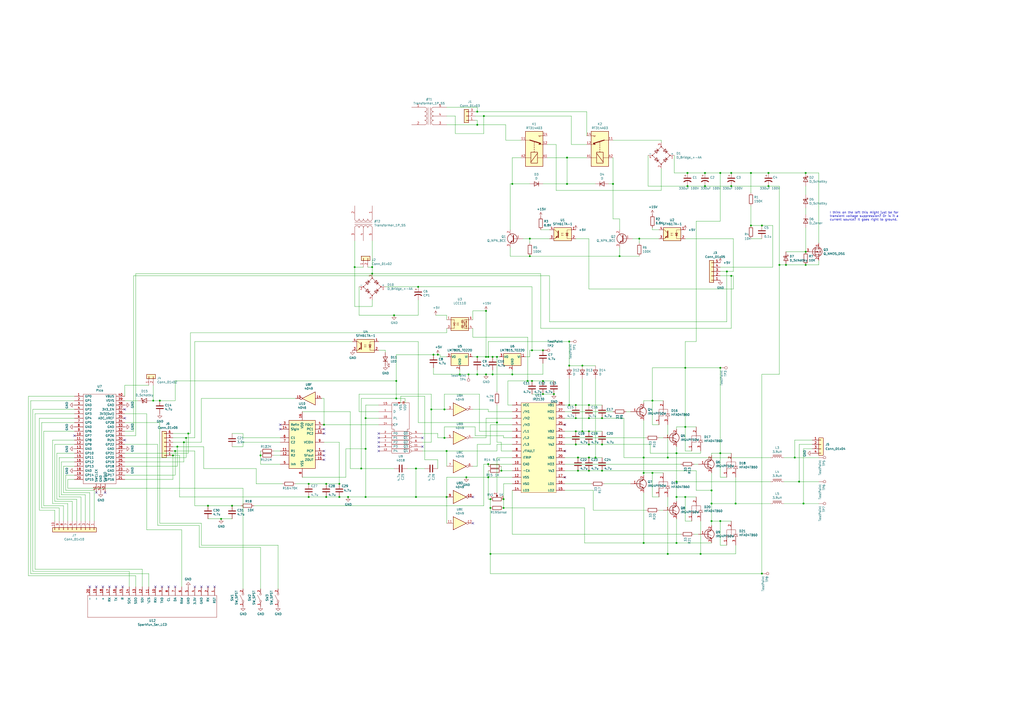
<source format=kicad_sch>
(kicad_sch (version 20211123) (generator eeschema)
  (paper "A2")
  (lib_symbols
    (symbol "4xxx:4046" (pin_names (offset 1.016))
      (property "Reference" "U" (at -7.62 13.97 0))
      (property "Value" "4046" (at -7.62 -16.51 0))
      (symbol "4046_1_0"
        (pin output line (at 12.7 -5.08 180) (length 5.08) (name "PCP") (number "1"))
        (pin output line (at 12.7 -7.62 180) (length 5.08) (name "SFout") (number "10"))
        (pin input line (at -12.7 -5.08 0) (length 5.08) (name "R1") (number "11"))
        (pin input line (at -12.7 -7.62 0) (length 5.08) (name "R2") (number "12"))
        (pin tri_state line (at 12.7 5.08 180) (length 5.08) (name "PC2") (number "13"))
        (pin input line (at -12.7 7.62 0) (length 5.08) (name "SigIn") (number "14"))
        (pin output line (at 12.7 -10.16 180) (length 5.08) (name "ZOUT") (number "15"))
        (pin power_in line (at 0 17.78 270) (length 5.08) (name "VDD") (number "16"))
        (pin output line (at 12.7 7.62 180) (length 5.08) (name "PC1") (number "2"))
        (pin input line (at -12.7 10.16 0) (length 5.08) (name "RefIn") (number "3"))
        (pin input line (at 12.7 10.16 180) (length 5.08) (name "FOUT") (number "4"))
        (pin input line (at -12.7 -12.7 0) (length 5.08) (name "Inh") (number "5"))
        (pin input line (at -12.7 2.54 0) (length 5.08) (name "C1") (number "6"))
        (pin input line (at -12.7 0 0) (length 5.08) (name "C2") (number "7"))
        (pin power_in line (at 0 -20.32 90) (length 5.08) (name "VSS") (number "8"))
        (pin input line (at 12.7 0 180) (length 5.08) (name "VCOin") (number "9"))
      )
    )
    (symbol "4xxx:4049" (pin_names (offset 1.016))
      (property "Reference" "U" (at 0 1.27 0))
      (property "Value" "4049" (at 0 -1.27 0))
      (symbol "4049_1_0"
        (pin output inverted (at 7.62 0 180) (length 3.81) (name "~") (number "2"))
        (pin input line (at -7.62 0 0) (length 3.81) (name "~") (number "3"))
      )
      (symbol "4049_2_0"
        (pin output inverted (at 7.62 0 180) (length 3.81) (name "~") (number "4"))
        (pin input line (at -7.62 0 0) (length 3.81) (name "~") (number "5"))
      )
      (symbol "4049_3_0"
        (pin output inverted (at 7.62 0 180) (length 3.81) (name "~") (number "6"))
        (pin input line (at -7.62 0 0) (length 3.81) (name "~") (number "7"))
      )
      (symbol "4049_4_0"
        (pin output inverted (at 7.62 0 180) (length 3.81) (name "~") (number "10"))
        (pin input line (at -7.62 0 0) (length 3.81) (name "~") (number "9"))
      )
      (symbol "4049_5_0"
        (pin input line (at -7.62 0 0) (length 3.81) (name "~") (number "11"))
        (pin output inverted (at 7.62 0 180) (length 3.81) (name "~") (number "12"))
      )
      (symbol "4049_6_0"
        (pin input line (at -7.62 0 0) (length 3.81) (name "~") (number "14"))
        (pin output inverted (at 7.62 0 180) (length 3.81) (name "~") (number "15"))
      )
      (symbol "4049_7_0"
        (pin power_in line (at 0 12.7 270) (length 5.08) (name "VCC") (number "1"))
        (pin power_in line (at 0 -12.7 90) (length 5.08) (name "VSS") (number "8"))
      )
    )
    (symbol "4xxx_IEEE:4018" (pin_names (offset 0.762))
      (property "Reference" "U" (at 8.89 11.43 0))
      (property "Value" "4018" (at 10.16 -17.78 0))
      (symbol "4018_1_1"
        (pin input line (at -12.7 7.62 0) (length 7.62) (name "D") (number "1"))
        (pin input line (at -12.7 3.81 0) (length 7.62) (name "PL") (number "10"))
        (pin output inverted (at 12.7 -12.7 180) (length 7.62) (name "~{Q3}") (number "11"))
        (pin input line (at -12.7 -15.24 0) (length 7.62) (name "P4") (number "12"))
        (pin output inverted (at 12.7 -15.24 180) (length 7.62) (name "~{Q4}") (number "13"))
        (pin input clock (at -12.7 0 0) (length 7.62) (name "CP") (number "14"))
        (pin input line (at -12.7 11.43 0) (length 7.62) (name "MR") (number "15"))
        (pin power_in line (at 2.54 12.7 270) (length 0) (name "VDD") (number "16"))
        (pin input line (at -12.7 -5.08 0) (length 7.62) (name "P0") (number "2"))
        (pin input line (at -12.7 -7.62 0) (length 7.62) (name "P1") (number "3"))
        (pin output inverted (at 12.7 -7.62 180) (length 7.62) (name "~{Q1}") (number "4"))
        (pin output inverted (at 12.7 -5.08 180) (length 7.62) (name "~{Q0}") (number "5"))
        (pin output inverted (at 12.7 -10.16 180) (length 7.62) (name "~{Q2}") (number "6"))
        (pin input line (at -12.7 -10.16 0) (length 7.62) (name "P2") (number "7"))
        (pin power_in line (at 0 12.7 270) (length 0) (name "VSS") (number "8"))
        (pin input line (at -12.7 -12.7 0) (length 7.62) (name "P3") (number "9"))
      )
    )
    (symbol "Connector:TestPoint" (pin_numbers hide) (pin_names (offset 0.762) hide)
      (property "Reference" "TP" (at 0 6.858 0))
      (property "Value" "TestPoint" (at 0 5.08 0))
      (symbol "TestPoint_1_1"
        (pin passive line (at 0 0 90) (length 2.54) (name "1") (number "1"))
      )
    )
    (symbol "Connector_Generic:Conn_01x02" (pin_names (offset 1.016) hide)
      (property "Reference" "J" (at 0 2.54 0))
      (property "Value" "Conn_01x02" (at 0 -5.08 0))
      (symbol "Conn_01x02_1_1"
        (pin passive line (at -5.08 0 0) (length 3.81) (name "Pin_1") (number "1"))
        (pin passive line (at -5.08 -2.54 0) (length 3.81) (name "Pin_2") (number "2"))
      )
    )
    (symbol "Connector_Generic:Conn_01x03" (pin_names (offset 1.016) hide)
      (property "Reference" "J" (at 0 5.08 0))
      (property "Value" "Conn_01x03" (at 0 -5.08 0))
      (symbol "Conn_01x03_1_1"
        (pin passive line (at -5.08 2.54 0) (length 3.81) (name "Pin_1") (number "1"))
        (pin passive line (at -5.08 0 0) (length 3.81) (name "Pin_2") (number "2"))
        (pin passive line (at -5.08 -2.54 0) (length 3.81) (name "Pin_3") (number "3"))
      )
    )
    (symbol "Connector_Generic:Conn_01x04" (pin_names (offset 1.016) hide)
      (property "Reference" "J" (at 0 5.08 0))
      (property "Value" "Conn_01x04" (at 0 -7.62 0))
      (symbol "Conn_01x04_1_1"
        (pin passive line (at -5.08 2.54 0) (length 3.81) (name "Pin_1") (number "1"))
        (pin passive line (at -5.08 0 0) (length 3.81) (name "Pin_2") (number "2"))
        (pin passive line (at -5.08 -2.54 0) (length 3.81) (name "Pin_3") (number "3"))
        (pin passive line (at -5.08 -5.08 0) (length 3.81) (name "Pin_4") (number "4"))
      )
    )
    (symbol "Connector_Generic:Conn_01x05" (pin_names (offset 1.016) hide)
      (property "Reference" "J" (at 0 7.62 0))
      (property "Value" "Conn_01x05" (at 0 -7.62 0))
      (symbol "Conn_01x05_1_1"
        (pin passive line (at -5.08 5.08 0) (length 3.81) (name "Pin_1") (number "1"))
        (pin passive line (at -5.08 2.54 0) (length 3.81) (name "Pin_2") (number "2"))
        (pin passive line (at -5.08 0 0) (length 3.81) (name "Pin_3") (number "3"))
        (pin passive line (at -5.08 -2.54 0) (length 3.81) (name "Pin_4") (number "4"))
        (pin passive line (at -5.08 -5.08 0) (length 3.81) (name "Pin_5") (number "5"))
      )
    )
    (symbol "Connector_Generic:Conn_01x06" (pin_names (offset 1.016) hide)
      (property "Reference" "J" (at 0 7.62 0))
      (property "Value" "Conn_01x06" (at 0 -10.16 0))
      (symbol "Conn_01x06_1_1"
        (pin passive line (at -5.08 5.08 0) (length 3.81) (name "Pin_1") (number "1"))
        (pin passive line (at -5.08 2.54 0) (length 3.81) (name "Pin_2") (number "2"))
        (pin passive line (at -5.08 0 0) (length 3.81) (name "Pin_3") (number "3"))
        (pin passive line (at -5.08 -2.54 0) (length 3.81) (name "Pin_4") (number "4"))
        (pin passive line (at -5.08 -5.08 0) (length 3.81) (name "Pin_5") (number "5"))
        (pin passive line (at -5.08 -7.62 0) (length 3.81) (name "Pin_6") (number "6"))
      )
    )
    (symbol "Connector_Generic:Conn_01x10" (pin_names (offset 1.016) hide)
      (property "Reference" "J" (at 0 12.7 0))
      (property "Value" "Conn_01x10" (at 0 -15.24 0))
      (symbol "Conn_01x10_1_1"
        (pin passive line (at -5.08 10.16 0) (length 3.81) (name "Pin_1") (number "1"))
        (pin passive line (at -5.08 -12.7 0) (length 3.81) (name "Pin_10") (number "10"))
        (pin passive line (at -5.08 7.62 0) (length 3.81) (name "Pin_2") (number "2"))
        (pin passive line (at -5.08 5.08 0) (length 3.81) (name "Pin_3") (number "3"))
        (pin passive line (at -5.08 2.54 0) (length 3.81) (name "Pin_4") (number "4"))
        (pin passive line (at -5.08 0 0) (length 3.81) (name "Pin_5") (number "5"))
        (pin passive line (at -5.08 -2.54 0) (length 3.81) (name "Pin_6") (number "6"))
        (pin passive line (at -5.08 -5.08 0) (length 3.81) (name "Pin_7") (number "7"))
        (pin passive line (at -5.08 -7.62 0) (length 3.81) (name "Pin_8") (number "8"))
        (pin passive line (at -5.08 -10.16 0) (length 3.81) (name "Pin_9") (number "9"))
      )
    )
    (symbol "D_Bridge_+-AA_1" (pin_names (offset 0))
      (property "Reference" "D1" (at 8.7376 1.1684 0))
      (property "Value" "D_Bridge_+-AA_1" (at 8.7376 -1.143 0))
      (symbol "D_Bridge_+-AA_1_1_1"
        (pin passive line (at 7.62 0 180) (length 2.54) (name "+") (number "1"))
        (pin passive line (at 0 -7.62 90) (length 2.54) (name "~") (number "2"))
        (pin passive line (at 0 7.62 270) (length 2.54) (name "~") (number "3"))
        (pin passive line (at -7.62 0 0) (length 2.54) (name "-") (number "4"))
      )
    )
    (symbol "Device:C" (pin_numbers hide) (pin_names (offset 0.254))
      (property "Reference" "C" (at 0.635 2.54 0))
      (property "Value" "C" (at 0.635 -2.54 0))
      (symbol "C_1_1"
        (pin passive line (at 0 3.81 270) (length 2.794) (name "~") (number "1"))
        (pin passive line (at 0 -3.81 90) (length 2.794) (name "~") (number "2"))
      )
    )
    (symbol "Device:CP1" (pin_numbers hide) (pin_names (offset 0.254) hide)
      (property "Reference" "C" (at 0.635 2.54 0))
      (property "Value" "Device_CP1" (at 0.635 -2.54 0))
      (symbol "CP1_1_1"
        (pin passive line (at 0 3.81 270) (length 2.794) (name "~") (number "1"))
        (pin passive line (at 0 -3.81 90) (length 3.302) (name "~") (number "2"))
      )
    )
    (symbol "Device:D" (pin_numbers hide) (pin_names (offset 1.016) hide)
      (property "Reference" "D" (at 0 2.54 0))
      (property "Value" "D" (at 0 -2.54 0))
      (symbol "D_1_1"
        (pin passive line (at -3.81 0 0) (length 2.54) (name "K") (number "1"))
        (pin passive line (at 3.81 0 180) (length 2.54) (name "A") (number "2"))
      )
    )
    (symbol "Device:D_Bridge_+-AA" (pin_names (offset 0))
      (property "Reference" "D" (at 2.54 6.985 0))
      (property "Value" "D_Bridge_+-AA" (at 2.54 5.08 0))
      (symbol "D_Bridge_+-AA_1_1"
        (pin passive line (at 7.62 0 180) (length 2.54) (name "+") (number "1"))
        (pin passive line (at -7.62 0 0) (length 2.54) (name "-") (number "2"))
        (pin passive line (at 0 7.62 270) (length 2.54) (name "~") (number "3"))
        (pin passive line (at 0 -7.62 90) (length 2.54) (name "~") (number "4"))
      )
    )
    (symbol "Device:D_Schottky" (pin_numbers hide) (pin_names (offset 1.016) hide)
      (property "Reference" "D" (at 0 2.54 0))
      (property "Value" "D_Schottky" (at 0 -2.54 0))
      (symbol "D_Schottky_1_1"
        (pin passive line (at -3.81 0 0) (length 2.54) (name "K") (number "1"))
        (pin passive line (at 3.81 0 180) (length 2.54) (name "A") (number "2"))
      )
    )
    (symbol "Device:D_Zener" (pin_numbers hide) (pin_names (offset 1.016) hide)
      (property "Reference" "D" (at 0 2.54 0))
      (property "Value" "D_Zener" (at 0 -2.54 0))
      (symbol "D_Zener_1_1"
        (pin passive line (at -3.81 0 0) (length 2.54) (name "K") (number "1"))
        (pin passive line (at 3.81 0 180) (length 2.54) (name "A") (number "2"))
      )
    )
    (symbol "Device:LED" (pin_numbers hide) (pin_names (offset 1.016) hide)
      (property "Reference" "D" (at 0 2.54 0))
      (property "Value" "LED" (at 0 -2.54 0))
      (symbol "LED_1_1"
        (pin passive line (at -3.81 0 0) (length 2.54) (name "K") (number "1"))
        (pin passive line (at 3.81 0 180) (length 2.54) (name "A") (number "2"))
      )
    )
    (symbol "Device:L_Core_Iron" (pin_numbers hide) (pin_names (offset 1.016) hide)
      (property "Reference" "L" (at -1.27 0 90))
      (property "Value" "Device_L_Core_Iron" (at 2.794 0 90))
      (symbol "L_Core_Iron_1_1"
        (pin passive line (at 0 3.81 270) (length 1.27) (name "1") (number "1"))
        (pin passive line (at 0 -3.81 90) (length 1.27) (name "2") (number "2"))
      )
    )
    (symbol "Device:Q_NMOS_DSG" (pin_names (offset 0) hide)
      (property "Reference" "Q" (at 5.08 1.27 0))
      (property "Value" "Q_NMOS_DSG" (at 5.08 -1.27 0))
      (symbol "Q_NMOS_DSG_1_1"
        (pin passive line (at 2.54 5.08 270) (length 2.54) (name "D") (number "1"))
        (pin passive line (at 2.54 -5.08 90) (length 2.54) (name "S") (number "2"))
        (pin input line (at -5.08 0 0) (length 2.54) (name "G") (number "3"))
      )
    )
    (symbol "Device:Q_NPN_BCE" (pin_names (offset 0) hide)
      (property "Reference" "Q" (at 5.08 1.27 0))
      (property "Value" "Q_NPN_BCE" (at 5.08 -1.27 0))
      (symbol "Q_NPN_BCE_1_1"
        (pin input line (at -5.08 0 0) (length 5.715) (name "B") (number "1"))
        (pin passive line (at 2.54 5.08 270) (length 2.54) (name "C") (number "2"))
        (pin passive line (at 2.54 -5.08 90) (length 2.54) (name "E") (number "3"))
      )
    )
    (symbol "Device:R" (pin_numbers hide) (pin_names (offset 0))
      (property "Reference" "R" (at 2.032 0 90))
      (property "Value" "R" (at 0 0 90))
      (symbol "R_1_1"
        (pin passive line (at 0 3.81 270) (length 1.27) (name "~") (number "1"))
        (pin passive line (at 0 -3.81 90) (length 1.27) (name "~") (number "2"))
      )
    )
    (symbol "Device:R_POT" (pin_names (offset 1.016) hide)
      (property "Reference" "RV" (at -4.445 0 90))
      (property "Value" "Device_R_POT" (at -2.54 0 90))
      (symbol "R_POT_1_1"
        (pin passive line (at 0 3.81 270) (length 1.27) (name "1") (number "1"))
        (pin passive line (at 3.81 0 180) (length 1.27) (name "2") (number "2"))
        (pin passive line (at 0 -3.81 90) (length 1.27) (name "3") (number "3"))
      )
    )
    (symbol "Device:Transformer_1P_SS" (pin_names (offset 1.016) hide)
      (property "Reference" "T" (at 0 6.35 0))
      (property "Value" "Transformer_1P_SS" (at 0 -7.62 0))
      (symbol "Transformer_1P_SS_1_1"
        (pin passive line (at -10.16 5.08 0) (length 7.62) (name "AA") (number "1"))
        (pin passive line (at -10.16 -5.08 0) (length 7.62) (name "AB") (number "2"))
        (pin passive line (at 10.16 -5.08 180) (length 7.62) (name "SA") (number "3"))
        (pin passive line (at 10.16 0 180) (length 7.62) (name "SC") (number "4"))
        (pin passive line (at 10.16 5.08 180) (length 7.62) (name "SB") (number "5"))
      )
    )
    (symbol "Isolator:SFH617A-1" (pin_names (offset 1.016))
      (property "Reference" "U" (at -5.08 5.08 0))
      (property "Value" "SFH617A-1" (at 0 5.08 0))
      (symbol "SFH617A-1_1_1"
        (pin passive line (at -7.62 2.54 0) (length 2.54) (name "~") (number "1"))
        (pin passive line (at -7.62 -2.54 0) (length 2.54) (name "~") (number "2"))
        (pin passive line (at 7.62 -2.54 180) (length 2.54) (name "~") (number "3"))
        (pin passive line (at 7.62 2.54 180) (length 2.54) (name "~") (number "4"))
      )
    )
    (symbol "Regulator_Linear:LM7805_TO220" (pin_names (offset 0.254))
      (property "Reference" "U" (at -3.81 3.175 0))
      (property "Value" "LM7805_TO220" (at 0 3.175 0))
      (symbol "LM7805_TO220_1_1"
        (pin power_in line (at -7.62 0 0) (length 2.54) (name "VI") (number "1"))
        (pin power_in line (at 0 -7.62 90) (length 2.54) (name "GND") (number "2"))
        (pin power_out line (at 7.62 0 180) (length 2.54) (name "VO") (number "3"))
      )
    )
    (symbol "Regulator_Linear:LM7815_TO220" (pin_names (offset 0.254))
      (property "Reference" "U" (at -3.81 3.175 0))
      (property "Value" "LM7815_TO220" (at 0 3.175 0))
      (symbol "LM7815_TO220_1_1"
        (pin power_in line (at -7.62 0 0) (length 2.54) (name "VI") (number "1"))
        (pin power_in line (at 0 -7.62 90) (length 2.54) (name "GND") (number "2"))
        (pin power_out line (at 7.62 0 180) (length 2.54) (name "VO") (number "3"))
      )
    )
    (symbol "Relay:RT314A03"
      (property "Reference" "K" (at 11.43 3.81 0))
      (property "Value" "RT314A03" (at 11.43 1.27 0))
      (symbol "RT314A03_1_1"
        (pin passive line (at 5.08 -7.62 90) (length 2.54) (name "~") (number "11"))
        (pin passive line (at 2.54 7.62 270) (length 2.54) (name "~") (number "12"))
        (pin passive line (at 7.62 7.62 270) (length 2.54) (name "~") (number "14"))
        (pin passive line (at -5.08 7.62 270) (length 2.54) (name "~") (number "A1"))
        (pin passive line (at -5.08 -7.62 90) (length 2.54) (name "~") (number "A2"))
      )
    )
    (symbol "Relay_SolidState:TLP222A"
      (property "Reference" "U3" (at 0 14.4018 0))
      (property "Value" "LCC110" (at 0 12.0904 0))
      (symbol "TLP222A_1_1"
        (pin passive line (at -7.62 2.54 0) (length 2.54) (name "~") (number "1"))
        (pin passive line (at -7.62 -2.54 0) (length 2.54) (name "~") (number "3"))
        (pin passive line (at 7.62 -2.54 180) (length 2.54) (name "~") (number "4"))
        (pin passive line (at 7.62 2.54 180) (length 2.54) (name "~") (number "6"))
      )
    )
    (symbol "Switch:SW_SPST" (pin_names (offset 0) hide)
      (property "Reference" "SW" (at 0 3.175 0))
      (property "Value" "SW_SPST" (at 0 -2.54 0))
      (symbol "SW_SPST_1_1"
        (pin passive line (at -5.08 0 0) (length 2.54) (name "A") (number "1"))
        (pin passive line (at 5.08 0 180) (length 2.54) (name "B") (number "2"))
      )
    )
    (symbol "Transistor_IGBT:IRG4PF50W" (pin_names (offset 0) hide)
      (property "Reference" "Q" (at 5.08 1.905 0))
      (property "Value" "IRG4PF50W" (at 5.08 0 0))
      (symbol "IRG4PF50W_1_1"
        (pin input line (at -5.08 0 0) (length 5.08) (name "G") (number "1"))
        (pin passive line (at 2.54 5.08 270) (length 2.54) (name "C") (number "2"))
        (pin passive line (at 2.54 -5.08 90) (length 2.54) (name "E") (number "3"))
      )
    )
    (symbol "TurbopumpLibrary:HFA04TB60" (pin_names (offset 1.016))
      (property "Reference" "D" (at -3.81 11.43 0))
      (property "Value" "HFA04TB60" (at 0 -13.97 0))
      (symbol "HFA04TB60_1_1"
        (pin input line (at -2.54 -6.35 90) (length 5.08) (name "~") (number "1"))
        (pin input line (at 0 7.62 270) (length 5.08) (name "~") (number "2"))
        (pin input line (at 2.54 -6.35 90) (length 5.08) (name "~") (number "3"))
      )
    )
    (symbol "TurbopumpLibrary:IR2130" (pin_names (offset 1.016))
      (property "Reference" "U" (at 0 29.21 0))
      (property "Value" "IR2130" (at 0 10.16 0))
      (symbol "IR2130_1_1"
        (pin power_in line (at -15.24 25.4 0) (length 5.08) (name "VCC") (number "1"))
        (pin output line (at -15.24 -8.89 0) (length 5.08) (name "CAO") (number "10"))
        (pin input line (at -15.24 -12.7 0) (length 5.08) (name "-CA") (number "11"))
        (pin power_in line (at -15.24 -16.51 0) (length 5.08) (name "VSS") (number "12"))
        (pin power_in line (at -15.24 -20.32 0) (length 5.08) (name "VSO") (number "13"))
        (pin power_out line (at -15.24 -24.13 0) (length 5.08) (name "LO3") (number "14"))
        (pin power_out line (at 15.24 -24.13 180) (length 5.08) (name "LO2") (number "15"))
        (pin power_out line (at 15.24 -20.32 180) (length 5.08) (name "LO1") (number "16"))
        (pin no_connect line (at 15.24 -16.51 180) (length 5.08) (name "~") (number "17"))
        (pin input line (at 15.24 -12.7 180) (length 5.08) (name "Vs3") (number "18"))
        (pin power_out line (at 15.24 -8.89 180) (length 5.08) (name "HO3") (number "19"))
        (pin input line (at -15.24 21.59 0) (length 5.08) (name "/H1") (number "2"))
        (pin power_in line (at 15.24 -5.08 180) (length 5.08) (name "VB3") (number "20"))
        (pin no_connect line (at 15.24 -1.27 180) (length 5.08) (name "~") (number "21"))
        (pin input line (at 15.24 2.54 180) (length 5.08) (name "Vs2") (number "22"))
        (pin power_out line (at 15.24 6.35 180) (length 5.08) (name "HO2") (number "23"))
        (pin power_in line (at 15.24 10.16 180) (length 5.08) (name "VB2") (number "24"))
        (pin no_connect line (at 15.24 13.97 180) (length 5.08) (name "~") (number "25"))
        (pin input line (at 15.24 17.78 180) (length 5.08) (name "Vs1") (number "26"))
        (pin power_out line (at 15.24 21.59 180) (length 5.08) (name "HO1") (number "27"))
        (pin power_in line (at 15.24 25.4 180) (length 5.08) (name "VB1") (number "28"))
        (pin input line (at -15.24 17.78 0) (length 5.08) (name "/H2") (number "3"))
        (pin input line (at -15.24 13.97 0) (length 5.08) (name "/H3") (number "4"))
        (pin input line (at -15.24 10.16 0) (length 5.08) (name "/L1") (number "5"))
        (pin input line (at -15.24 6.35 0) (length 5.08) (name "/L2") (number "6"))
        (pin input line (at -15.24 2.54 0) (length 5.08) (name "/L3") (number "7"))
        (pin output line (at -15.24 -1.27 0) (length 5.08) (name "/FAULT") (number "8"))
        (pin input line (at -15.24 -5.08 0) (length 5.08) (name "ITRIP") (number "9"))
      )
    )
    (symbol "TurbopumpLibrary:Pico" (pin_names (offset 1.016))
      (property "Reference" "U" (at -5.08 2.54 0))
      (property "Value" "Pico" (at 0 2.54 0))
      (symbol "Pico_1_1"
        (pin bidirectional line (at -15.24 0 0) (length 5.08) (name "GP0") (number "1"))
        (pin bidirectional line (at -15.24 -22.86 0) (length 5.08) (name "GP7") (number "10"))
        (pin bidirectional line (at -15.24 -25.4 0) (length 5.08) (name "GP8") (number "11"))
        (pin bidirectional line (at -15.24 -27.94 0) (length 5.08) (name "GP9") (number "12"))
        (pin power_in line (at -15.24 -30.48 0) (length 5.08) (name "GND") (number "13"))
        (pin bidirectional line (at -15.24 -33.02 0) (length 5.08) (name "GP10") (number "14"))
        (pin bidirectional line (at -15.24 -35.56 0) (length 5.08) (name "GP11") (number "15"))
        (pin bidirectional line (at -15.24 -38.1 0) (length 5.08) (name "GP12") (number "16"))
        (pin bidirectional line (at -15.24 -40.64 0) (length 5.08) (name "GP13") (number "17"))
        (pin power_in line (at -15.24 -43.18 0) (length 5.08) (name "GND") (number "18"))
        (pin bidirectional line (at -15.24 -45.72 0) (length 5.08) (name "GP14") (number "19"))
        (pin bidirectional line (at -15.24 -2.54 0) (length 5.08) (name "GP1") (number "2"))
        (pin bidirectional line (at -15.24 -48.26 0) (length 5.08) (name "GP15") (number "20"))
        (pin bidirectional line (at 13.97 -48.26 180) (length 5.08) (name "GP16") (number "21"))
        (pin bidirectional line (at 13.97 -45.72 180) (length 5.08) (name "GP17") (number "22"))
        (pin power_in line (at 13.97 -43.18 180) (length 5.08) (name "GND") (number "23"))
        (pin bidirectional line (at 13.97 -40.64 180) (length 5.08) (name "GP18") (number "24"))
        (pin bidirectional line (at 13.97 -38.1 180) (length 5.08) (name "GP19") (number "25"))
        (pin bidirectional line (at 13.97 -35.56 180) (length 5.08) (name "GP20") (number "26"))
        (pin bidirectional line (at 13.97 -33.02 180) (length 5.08) (name "GP21") (number "27"))
        (pin power_in line (at 13.97 -30.48 180) (length 5.08) (name "GND") (number "28"))
        (pin bidirectional line (at 13.97 -27.94 180) (length 5.08) (name "GP22") (number "29"))
        (pin power_in line (at -15.24 -5.08 0) (length 5.08) (name "GND") (number "3"))
        (pin bidirectional line (at 13.97 -25.4 180) (length 5.08) (name "RUN") (number "30"))
        (pin bidirectional line (at 13.97 -22.86 180) (length 5.08) (name "GP26") (number "31"))
        (pin bidirectional line (at 13.97 -20.32 180) (length 5.08) (name "GP27") (number "32"))
        (pin bidirectional line (at 13.97 -17.78 180) (length 5.08) (name "GND") (number "33"))
        (pin bidirectional line (at 13.97 -15.24 180) (length 5.08) (name "GP28") (number "34"))
        (pin bidirectional line (at 13.97 -12.7 180) (length 5.08) (name "ADC_VREF") (number "35"))
        (pin power_out line (at 13.97 -10.16 180) (length 5.08) (name "3V3(Out)") (number "36"))
        (pin bidirectional line (at 13.97 -7.62 180) (length 5.08) (name "3V3_EN") (number "37"))
        (pin bidirectional line (at 13.97 -5.08 180) (length 5.08) (name "GND") (number "38"))
        (pin bidirectional line (at 13.97 -2.54 180) (length 5.08) (name "VSYS") (number "39"))
        (pin bidirectional line (at -15.24 -7.62 0) (length 5.08) (name "GP2") (number "4"))
        (pin bidirectional line (at 13.97 0 180) (length 5.08) (name "VBUS") (number "40"))
        (pin output line (at -2.54 -55.88 90) (length 5.08) (name "SWCLCK") (number "41"))
        (pin output line (at 0 -55.88 90) (length 5.08) (name "GND") (number "42"))
        (pin output line (at 2.54 -55.88 90) (length 5.08) (name "SWDIO") (number "43"))
        (pin bidirectional line (at -15.24 -10.16 0) (length 5.08) (name "GP3") (number "5"))
        (pin bidirectional line (at -15.24 -12.7 0) (length 5.08) (name "GP4") (number "6"))
        (pin bidirectional line (at -15.24 -15.24 0) (length 5.08) (name "GP5") (number "7"))
        (pin power_in line (at -15.24 -17.78 0) (length 5.08) (name "GND") (number "8"))
        (pin bidirectional line (at -15.24 -20.32 0) (length 5.08) (name "GP6") (number "9"))
      )
    )
    (symbol "TurbopumpLibrary:Sparkfun_Ser_LCD" (pin_names (offset 1.016))
      (property "Reference" "U" (at 0 2.54 0))
      (property "Value" "Sparkfun_Ser_LCD" (at 0 -1.27 0))
      (symbol "Sparkfun_Ser_LCD_1_1"
        (pin output line (at -35.56 -12.7 90) (length 5.08) (name "RST") (number "1"))
        (pin bidirectional line (at -1.27 -12.7 90) (length 5.08) (name "RXI") (number "10"))
        (pin bidirectional line (at 2.54 -12.7 90) (length 5.08) (name "\\CS") (number "11"))
        (pin bidirectional line (at 6.35 -12.7 90) (length 5.08) (name "SDI") (number "12"))
        (pin bidirectional line (at 10.16 -12.7 90) (length 5.08) (name "SDO") (number "13"))
        (pin bidirectional line (at 13.97 -12.7 90) (length 5.08) (name "SCK") (number "14"))
        (pin bidirectional line (at 17.78 -12.7 90) (length 5.08) (name "R") (number "15"))
        (pin bidirectional line (at 21.59 -12.7 90) (length 5.08) (name "TX") (number "16"))
        (pin bidirectional line (at 25.4 -12.7 90) (length 5.08) (name "RX") (number "17"))
        (pin bidirectional line (at 29.21 -12.7 90) (length 5.08) (name "+") (number "18"))
        (pin bidirectional line (at 33.02 -12.7 90) (length 5.08) (name "-") (number "19"))
        (pin output line (at -31.75 -12.7 90) (length 5.08) (name "RX") (number "2"))
        (pin bidirectional line (at 36.83 -12.7 90) (length 5.08) (name "-") (number "20"))
        (pin power_in line (at -27.94 -12.7 90) (length 5.08) (name "GND") (number "3"))
        (pin power_in line (at -24.13 -12.7 90) (length 5.08) (name "3.3V") (number "4"))
        (pin power_in line (at -20.32 -12.7 90) (length 5.08) (name "GND") (number "5"))
        (pin bidirectional line (at -16.51 -12.7 90) (length 5.08) (name "RAW") (number "6"))
        (pin bidirectional line (at -12.7 -12.7 90) (length 5.08) (name "DA") (number "7"))
        (pin bidirectional line (at -8.89 -12.7 90) (length 5.08) (name "CL") (number "8"))
        (pin bidirectional line (at -5.08 -12.7 90) (length 5.08) (name "TX0") (number "9"))
      )
    )
    (symbol "power:+15V" (power) (pin_names (offset 0))
      (property "Value" "+15V" (at 0 3.556 0))
      (symbol "+15V_1_1"
        (pin power_in line (at 0 0 90) (length 0) hide (name "+15V") (number "1"))
      )
    )
    (symbol "power:+5V" (power) (pin_names (offset 0))
      (property "Value" "+5V" (at 0 3.556 0))
      (symbol "+5V_1_1"
        (pin power_in line (at 0 0 90) (length 0) hide (name "+5V") (number "1"))
      )
    )
    (symbol "power:GND" (power) (pin_names (offset 0))
      (property "Value" "GND" (at 0 -3.81 0))
      (symbol "GND_1_1"
        (pin power_in line (at 0 0 270) (length 0) hide (name "GND") (number "1"))
      )
    )
  )
  (junction (at 205.74 154.94))
  (junction (at 334.01 234.95))
  (junction (at 455.93 153.67))
  (junction (at 281.94 217.17))
  (junction (at 424.18 100.33))
  (junction (at 467.36 153.67))
  (junction (at 463.55 279.4))
  (junction (at 349.25 273.05))
  (junction (at 330.2 198.12))
  (junction (at 134.62 293.37))
  (junction (at 341.63 273.05))
  (junction (at 426.72 292.1))
  (junction (at 259.08 261.62))
  (junction (at 349.25 242.57))
  (junction (at 290.83 273.05))
  (junction (at 373.38 265.43))
  (junction (at 397.51 288.29))
  (junction (at 297.18 217.17))
  (junction (at 337.82 250.19))
  (junction (at 392.43 288.29))
  (junction (at 314.96 228.6))
  (junction (at 297.18 106.68))
  (junction (at 334.01 250.19))
  (junction (at 345.44 265.43))
  (junction (at 257.81 237.49))
  (junction (at 321.31 228.6))
  (junction (at 88.9 232.41))
  (junction (at 441.96 332.74))
  (junction (at 281.94 207.01))
  (junction (at 270.51 276.86))
  (junction (at 398.78 100.33))
  (junction (at 337.82 212.09))
  (junction (at 283.21 276.86))
  (junction (at 106.68 256.54))
  (junction (at 378.46 274.32))
  (junction (at 215.9 154.94))
  (junction (at 424.18 107.95))
  (junction (at 100.33 264.16))
  (junction (at 257.81 254))
  (junction (at 229.87 220.98))
  (junction (at 359.41 148.59))
  (junction (at 412.75 292.1))
  (junction (at 424.18 160.02))
  (junction (at 228.6 182.88))
  (junction (at 215.9 158.75))
  (junction (at 242.57 166.37))
  (junction (at 271.78 217.17))
  (junction (at 189.23 288.29))
  (junction (at 209.55 271.78))
  (junction (at 107.95 254))
  (junction (at 276.86 207.01))
  (junction (at 314.96 220.98))
  (junction (at 341.63 265.43))
  (junction (at 412.75 284.48))
  (junction (at 266.7 217.17))
  (junction (at 334.01 257.81))
  (junction (at 392.43 314.96))
  (junction (at 276.86 72.39))
  (junction (at 151.13 264.16))
  (junction (at 417.83 262.89))
  (junction (at 445.77 100.33))
  (junction (at 276.86 217.17))
  (junction (at 341.63 250.19))
  (junction (at 392.43 279.4))
  (junction (at 355.6 106.68))
  (junction (at 229.87 231.14))
  (junction (at 314.96 203.2))
  (junction (at 212.09 260.35))
  (junction (at 292.1 289.56))
  (junction (at 308.61 203.2))
  (junction (at 307.34 138.43))
  (junction (at 251.46 205.74))
  (junction (at 330.2 212.09))
  (junction (at 417.83 213.36))
  (junction (at 417.83 100.33))
  (junction (at 335.28 273.05))
  (junction (at 306.07 220.98))
  (junction (at 341.63 257.81))
  (junction (at 284.48 321.31))
  (junction (at 283.21 269.24))
  (junction (at 441.96 130.81))
  (junction (at 435.61 100.33))
  (junction (at 412.75 302.26))
  (junction (at 328.93 106.68))
  (junction (at 288.29 245.11))
  (junction (at 452.12 153.67))
  (junction (at 467.36 146.05))
  (junction (at 276.86 64.77))
  (junction (at 307.34 148.59))
  (junction (at 241.3 288.29))
  (junction (at 408.94 100.33))
  (junction (at 187.96 246.38))
  (junction (at 212.09 242.57))
  (junction (at 387.35 321.31))
  (junction (at 283.21 207.01))
  (junction (at 467.36 100.33))
  (junction (at 196.85 288.29))
  (junction (at 285.75 217.17))
  (junction (at 421.64 157.48))
  (junction (at 308.61 220.98))
  (junction (at 109.22 251.46))
  (junction (at 334.01 242.57))
  (junction (at 196.85 280.67))
  (junction (at 128.27 300.99))
  (junction (at 328.93 91.44))
  (junction (at 285.75 207.01))
  (junction (at 445.77 107.95))
  (junction (at 281.94 180.34))
  (junction (at 398.78 107.95))
  (junction (at 378.46 232.41))
  (junction (at 417.83 302.26))
  (junction (at 461.01 265.43))
  (junction (at 387.35 265.43))
  (junction (at 392.43 262.89))
  (junction (at 280.67 67.31))
  (junction (at 397.51 213.36))
  (junction (at 101.6 261.62))
  (junction (at 373.38 314.96))
  (junction (at 288.29 207.01))
  (junction (at 179.07 288.29))
  (junction (at 284.48 294.64))
  (junction (at 335.28 265.43))
  (junction (at 341.63 234.95))
  (junction (at 330.2 234.95))
  (junction (at 201.93 288.29))
  (junction (at 250.19 237.49))
  (junction (at 435.61 130.81))
  (junction (at 292.1 294.64))
  (junction (at 466.09 292.1))
  (junction (at 179.07 280.67))
  (junction (at 370.84 138.43))
  (junction (at 406.4 321.31))
  (junction (at 212.09 288.29))
  (junction (at 397.51 247.65))
  (junction (at 254 205.74))
  (junction (at 92.71 232.41))
  (junction (at 102.87 259.08))
  (junction (at 373.38 274.32))
  (junction (at 189.23 280.67))
  (junction (at 349.25 257.81))
  (junction (at 341.63 242.57))
  (junction (at 241.3 271.78))
  (junction (at 284.48 289.56))
  (junction (at 408.94 107.95))
  (junction (at 120.65 293.37))
  (junction (at 259.08 288.29))
  (no_connect (at 219.71 251.46))
  (no_connect (at 245.11 254))
  (no_connect (at 72.39 255.27))
  (no_connect (at 55.88 285.75))
  (no_connect (at 90.17 340.36))
  (no_connect (at 219.71 259.08))
  (no_connect (at 113.03 340.36))
  (no_connect (at 59.69 340.36))
  (no_connect (at 187.96 251.46))
  (no_connect (at 120.65 340.36))
  (no_connect (at 63.5 340.36))
  (no_connect (at 55.88 340.36))
  (no_connect (at 71.12 340.36))
  (no_connect (at 219.71 254))
  (no_connect (at 72.39 242.57))
  (no_connect (at 274.32 288.29))
  (no_connect (at 124.46 340.36))
  (no_connect (at 162.56 248.92))
  (no_connect (at 116.84 340.36))
  (no_connect (at 327.66 276.86))
  (no_connect (at 327.66 261.62))
  (no_connect (at 327.66 246.38))
  (no_connect (at 101.6 340.36))
  (no_connect (at 43.18 252.73))
  (no_connect (at 52.07 340.36))
  (no_connect (at 219.71 261.62))
  (no_connect (at 187.96 261.62))
  (no_connect (at 93.98 340.36))
  (no_connect (at 219.71 256.54))
  (no_connect (at 72.39 237.49))
  (no_connect (at 187.96 266.7))
  (no_connect (at 187.96 264.16))
  (no_connect (at 97.79 340.36))
  (no_connect (at 67.31 340.36))
  (no_connect (at 60.96 285.75))
  (no_connect (at 245.11 259.08))
  (no_connect (at 162.56 246.38))
  (no_connect (at 187.96 248.92))
  (no_connect (at 274.32 303.53))
  (wire (pts (xy 280.67 293.37) (xy 280.67 269.24)))
  (wire (pts (xy 255.27 207.01) (xy 255.27 205.74)))
  (wire (pts (xy 397.51 288.29) (xy 392.43 288.29)))
  (wire (pts (xy 278.13 250.19) (xy 297.18 250.19)))
  (wire (pts (xy 250.19 237.49) (xy 257.81 237.49)))
  (wire (pts (xy 297.18 309.88) (xy 394.97 309.88)))
  (wire (pts (xy 341.63 250.19) (xy 349.25 250.19)))
  (wire (pts (xy 72.39 240.03) (xy 85.09 240.03)))
  (wire (pts (xy 317.5 83.82) (xy 322.58 83.82)))
  (wire (pts (xy 318.77 186.69) (xy 318.77 160.02)))
  (wire (pts (xy 327.66 250.19) (xy 334.01 250.19)))
  (wire (pts (xy 44.45 289.56) (xy 44.45 302.26)))
  (wire (pts (xy 314.96 228.6) (xy 321.31 228.6)))
  (wire (pts (xy 113.03 293.37) (xy 120.65 293.37)))
  (wire (pts (xy 101.6 220.98) (xy 229.87 220.98)))
  (wire (pts (xy 314.96 217.17) (xy 297.18 217.17)))
  (wire (pts (xy 307.34 207.01) (xy 307.34 203.2)))
  (wire (pts (xy 373.38 232.41) (xy 378.46 232.41)))
  (wire (pts (xy 31.75 295.91) (xy 31.75 302.26)))
  (wire (pts (xy 250.19 256.54) (xy 250.19 237.49)))
  (wire (pts (xy 264.16 67.31) (xy 264.16 77.47)))
  (wire (pts (xy 241.3 271.78) (xy 241.3 288.29)))
  (wire (pts (xy 367.03 138.43) (xy 370.84 138.43)))
  (wire (pts (xy 387.35 288.29) (xy 387.35 321.31)))
  (wire (pts (xy 295.91 148.59) (xy 307.34 148.59)))
  (wire (pts (xy 426.72 292.1) (xy 447.04 292.1)))
  (wire (pts (xy 297.18 280.67) (xy 292.1 280.67)))
  (wire (pts (xy 334.01 234.95) (xy 341.63 234.95)))
  (wire (pts (xy 72.39 223.52) (xy 86.36 223.52)))
  (wire (pts (xy 100.33 254) (xy 107.95 254)))
  (wire (pts (xy 471.17 257.81) (xy 463.55 257.81)))
  (wire (pts (xy 276.86 217.17) (xy 276.86 214.63)))
  (wire (pts (xy 412.75 292.1) (xy 412.75 284.48)))
  (wire (pts (xy 314.96 210.82) (xy 314.96 217.17)))
  (wire (pts (xy 350.52 280.67) (xy 365.76 280.67)))
  (wire (pts (xy 36.83 285.75) (xy 52.07 285.75)))
  (wire (pts (xy 100.33 261.62) (xy 101.6 261.62)))
  (wire (pts (xy 392.43 262.89) (xy 406.4 262.89)))
  (wire (pts (xy 179.07 288.29) (xy 104.14 288.29)))
  (wire (pts (xy 208.28 166.37) (xy 208.28 182.88)))
  (wire (pts (xy 466.09 292.1) (xy 466.09 260.35)))
  (wire (pts (xy 426.72 316.23) (xy 426.72 321.31)))
  (wire (pts (xy 39.37 283.21) (xy 140.97 283.21)))
  (wire (pts (xy 113.03 198.12) (xy 204.47 198.12)))
  (wire (pts (xy 259.08 288.29) (xy 259.08 276.86)))
  (wire (pts (xy 77.47 250.19) (xy 72.39 250.19)))
  (wire (pts (xy 281.94 207.01) (xy 283.21 207.01)))
  (wire (pts (xy 308.61 203.2) (xy 308.61 166.37)))
  (wire (pts (xy 397.51 247.65) (xy 397.51 261.62)))
  (wire (pts (xy 148.59 271.78) (xy 118.11 271.78)))
  (wire (pts (xy 297.18 261.62) (xy 290.83 261.62)))
  (wire (pts (xy 344.17 295.91) (xy 374.65 295.91)))
  (wire (pts (xy 187.96 256.54) (xy 196.85 256.54)))
  (wire (pts (xy 359.41 148.59) (xy 370.84 148.59)))
  (wire (pts (xy 417.83 213.36) (xy 417.83 262.89)))
  (wire (pts (xy 417.83 276.86) (xy 421.64 276.86)))
  (wire (pts (xy 284.48 321.31) (xy 387.35 321.31)))
  (wire (pts (xy 455.93 153.67) (xy 467.36 153.67)))
  (wire (pts (xy 392.43 314.96) (xy 412.75 314.96)))
  (wire (pts (xy 341.63 242.57) (xy 349.25 242.57)))
  (wire (pts (xy 43.18 242.57) (xy 22.86 242.57)))
  (wire (pts (xy 373.38 275.59) (xy 373.38 274.32)))
  (wire (pts (xy 474.98 151.13) (xy 474.98 153.67)))
  (wire (pts (xy 425.45 157.48) (xy 421.64 157.48)))
  (wire (pts (xy 213.36 154.94) (xy 215.9 154.94)))
  (wire (pts (xy 43.18 255.27) (xy 30.48 255.27)))
  (wire (pts (xy 234.95 233.68) (xy 234.95 231.14)))
  (wire (pts (xy 205.74 177.8) (xy 215.9 177.8)))
  (wire (pts (xy 22.86 242.57) (xy 22.86 295.91)))
  (wire (pts (xy 241.3 288.29) (xy 259.08 288.29)))
  (wire (pts (xy 212.09 288.29) (xy 212.09 260.35)))
  (wire (pts (xy 242.57 182.88) (xy 242.57 173.99)))
  (wire (pts (xy 283.21 207.01) (xy 283.21 198.12)))
  (wire (pts (xy 454.66 265.43) (xy 461.01 265.43)))
  (wire (pts (xy 328.93 106.68) (xy 345.44 106.68)))
  (wire (pts (xy 392.43 279.4) (xy 392.43 288.29)))
  (wire (pts (xy 283.21 273.05) (xy 283.21 276.86)))
  (wire (pts (xy 208.28 228.6) (xy 208.28 238.76)))
  (wire (pts (xy 102.87 259.08) (xy 100.33 259.08)))
  (wire (pts (xy 341.63 167.64) (xy 425.45 167.64)))
  (wire (pts (xy 424.18 100.33) (xy 435.61 100.33)))
  (wire (pts (xy 378.46 133.35) (xy 378.46 132.08)))
  (wire (pts (xy 140.97 256.54) (xy 162.56 256.54)))
  (wire (pts (xy 452.12 107.95) (xy 452.12 153.67)))
  (wire (pts (xy 219.71 203.2) (xy 223.52 203.2)))
  (wire (pts (xy 317.5 91.44) (xy 328.93 91.44)))
  (wire (pts (xy 408.94 100.33) (xy 417.83 100.33)))
  (wire (pts (xy 228.6 182.88) (xy 242.57 182.88)))
  (wire (pts (xy 383.54 110.49) (xy 383.54 97.79)))
  (wire (pts (xy 151.13 261.62) (xy 151.13 264.16)))
  (wire (pts (xy 454.66 292.1) (xy 466.09 292.1)))
  (wire (pts (xy 35.56 267.97) (xy 35.56 287.02)))
  (wire (pts (xy 72.39 265.43) (xy 107.95 265.43)))
  (wire (pts (xy 283.21 198.12) (xy 330.2 198.12)))
  (wire (pts (xy 297.18 106.68) (xy 297.18 91.44)))
  (wire (pts (xy 327.66 284.48) (xy 344.17 284.48)))
  (wire (pts (xy 281.94 207.01) (xy 281.94 180.34)))
  (wire (pts (xy 378.46 232.41) (xy 378.46 246.38)))
  (wire (pts (xy 378.46 274.32) (xy 378.46 288.29)))
  (wire (pts (xy 106.68 256.54) (xy 116.84 256.54)))
  (wire (pts (xy 330.2 219.71) (xy 330.2 234.95)))
  (wire (pts (xy 355.6 106.68) (xy 355.6 91.44)))
  (wire (pts (xy 392.43 259.08) (xy 392.43 262.89)))
  (wire (pts (xy 110.49 193.04) (xy 110.49 251.46)))
  (wire (pts (xy 148.59 280.67) (xy 148.59 271.78)))
  (wire (pts (xy 266.7 214.63) (xy 266.7 217.17)))
  (wire (pts (xy 337.82 250.19) (xy 341.63 250.19)))
  (wire (pts (xy 341.63 257.81) (xy 349.25 257.81)))
  (wire (pts (xy 463.55 279.4) (xy 454.66 279.4)))
  (wire (pts (xy 257.81 247.65) (xy 275.59 247.65)))
  (wire (pts (xy 175.26 238.76) (xy 203.2 238.76)))
  (wire (pts (xy 378.46 232.41) (xy 378.46 213.36)))
  (wire (pts (xy 257.81 254) (xy 257.81 247.65)))
  (wire (pts (xy 110.49 251.46) (xy 109.22 251.46)))
  (wire (pts (xy 245.11 261.62) (xy 259.08 261.62)))
  (wire (pts (xy 72.39 270.51) (xy 102.87 270.51)))
  (wire (pts (xy 128.27 300.99) (xy 134.62 300.99)))
  (wire (pts (xy 43.18 250.19) (xy 25.4 250.19)))
  (wire (pts (xy 370.84 140.97) (xy 370.84 138.43)))
  (wire (pts (xy 283.21 289.56) (xy 284.48 289.56)))
  (wire (pts (xy 140.97 259.08) (xy 140.97 256.54)))
  (wire (pts (xy 466.09 260.35) (xy 471.17 260.35)))
  (wire (pts (xy 215.9 158.75) (xy 313.69 158.75)))
  (wire (pts (xy 397.51 302.26) (xy 401.32 302.26)))
  (wire (pts (xy 314.96 106.68) (xy 328.93 106.68)))
  (wire (pts (xy 49.53 287.02) (xy 49.53 302.26)))
  (wire (pts (xy 288.29 285.75) (xy 288.29 265.43)))
  (wire (pts (xy 158.75 264.16) (xy 162.56 264.16)))
  (wire (pts (xy 284.48 257.81) (xy 284.48 246.38)))
  (wire (pts (xy 82.55 340.36) (xy 82.55 330.2)))
  (wire (pts (xy 292.1 280.67) (xy 292.1 289.56)))
  (wire (pts (xy 34.29 288.29) (xy 46.99 288.29)))
  (wire (pts (xy 35.56 287.02) (xy 49.53 287.02)))
  (wire (pts (xy 215.9 177.8) (xy 215.9 173.99)))
  (wire (pts (xy 43.18 232.41) (xy 17.78 232.41)))
  (wire (pts (xy 448.31 154.94) (xy 448.31 130.81)))
  (wire (pts (xy 382.27 254) (xy 384.81 254)))
  (wire (pts (xy 328.93 91.44) (xy 328.93 106.68)))
  (wire (pts (xy 275.59 247.65) (xy 275.59 252.73)))
  (wire (pts (xy 288.29 257.81) (xy 288.29 261.62)))
  (wire (pts (xy 412.75 264.16) (xy 412.75 262.89)))
  (wire (pts (xy 46.99 288.29) (xy 46.99 302.26)))
  (wire (pts (xy 254 205.74) (xy 251.46 205.74)))
  (wire (pts (xy 151.13 317.5) (xy 151.13 341.63)))
  (wire (pts (xy 293.37 81.28) (xy 302.26 81.28)))
  (wire (pts (xy 223.52 166.37) (xy 242.57 166.37)))
  (wire (pts (xy 466.09 292.1) (xy 474.98 292.1)))
  (wire (pts (xy 284.48 289.56) (xy 284.48 294.64)))
  (wire (pts (xy 43.18 265.43) (xy 34.29 265.43)))
  (wire (pts (xy 113.03 261.62) (xy 113.03 293.37)))
  (wire (pts (xy 417.83 154.94) (xy 448.31 154.94)))
  (wire (pts (xy 340.36 78.74) (xy 340.36 64.77)))
  (wire (pts (xy 327.66 238.76) (xy 355.6 238.76)))
  (wire (pts (xy 283.21 276.86) (xy 283.21 289.56)))
  (wire (pts (xy 307.34 203.2) (xy 308.61 203.2)))
  (wire (pts (xy 274.32 237.49) (xy 283.21 237.49)))
  (wire (pts (xy 285.75 217.17) (xy 297.18 217.17)))
  (wire (pts (xy 377.19 257.81) (xy 377.19 262.89)))
  (wire (pts (xy 17.78 332.74) (xy 86.36 332.74)))
  (wire (pts (xy 171.45 280.67) (xy 179.07 280.67)))
  (wire (pts (xy 421.64 157.48) (xy 421.64 186.69)))
  (wire (pts (xy 441.96 332.74) (xy 284.48 332.74)))
  (wire (pts (xy 392.43 288.29) (xy 392.43 290.83)))
  (wire (pts (xy 331.47 67.31) (xy 280.67 67.31)))
  (wire (pts (xy 330.2 234.95) (xy 334.01 234.95)))
  (wire (pts (xy 452.12 153.67) (xy 452.12 217.17)))
  (wire (pts (xy 212.09 234.95) (xy 212.09 242.57)))
  (wire (pts (xy 313.69 133.35) (xy 318.77 133.35)))
  (wire (pts (xy 151.13 264.16) (xy 151.13 269.24)))
  (wire (pts (xy 72.39 267.97) (xy 106.68 267.97)))
  (wire (pts (xy 205.74 139.7) (xy 205.74 154.94)))
  (wire (pts (xy 276.86 270.51) (xy 276.86 257.81)))
  (wire (pts (xy 259.08 207.01) (xy 255.27 207.01)))
  (wire (pts (xy 307.34 140.97) (xy 307.34 138.43)))
  (wire (pts (xy 294.64 220.98) (xy 306.07 220.98)))
  (wire (pts (xy 397.51 288.29) (xy 397.51 302.26)))
  (wire (pts (xy 467.36 124.46) (xy 467.36 120.65)))
  (wire (pts (xy 339.09 294.64) (xy 339.09 314.96)))
  (wire (pts (xy 327.66 257.81) (xy 334.01 257.81)))
  (wire (pts (xy 398.78 100.33) (xy 408.94 100.33)))
  (wire (pts (xy 377.19 262.89) (xy 392.43 262.89)))
  (wire (pts (xy 92.71 303.53) (xy 116.84 303.53)))
  (wire (pts (xy 387.35 265.43) (xy 373.38 265.43)))
  (wire (pts (xy 140.97 251.46) (xy 134.62 251.46)))
  (wire (pts (xy 288.29 245.11) (xy 288.29 234.95)))
  (wire (pts (xy 403.86 273.05) (xy 349.25 273.05)))
  (wire (pts (xy 85.09 307.34) (xy 105.41 307.34)))
  (wire (pts (xy 337.82 219.71) (xy 337.82 250.19)))
  (wire (pts (xy 101.6 275.59) (xy 101.6 261.62)))
  (wire (pts (xy 147.32 293.37) (xy 280.67 293.37)))
  (wire (pts (xy 254 251.46) (xy 254 254)))
  (wire (pts (xy 435.61 130.81) (xy 441.96 130.81)))
  (wire (pts (xy 215.9 158.75) (xy 215.9 154.94)))
  (wire (pts (xy 109.22 251.46) (xy 100.33 251.46)))
  (wire (pts (xy 344.17 284.48) (xy 344.17 295.91)))
  (wire (pts (xy 284.48 332.74) (xy 284.48 321.31)))
  (wire (pts (xy 52.07 285.75) (xy 52.07 302.26)))
  (wire (pts (xy 304.8 207.01) (xy 307.34 207.01)))
  (wire (pts (xy 424.18 160.02) (xy 424.18 190.5)))
  (wire (pts (xy 474.98 100.33) (xy 474.98 140.97)))
  (wire (pts (xy 118.11 259.08) (xy 102.87 259.08)))
  (wire (pts (xy 397.51 138.43) (xy 425.45 138.43)))
  (wire (pts (xy 406.4 302.26) (xy 406.4 321.31)))
  (wire (pts (xy 100.33 256.54) (xy 106.68 256.54)))
  (wire (pts (xy 24.13 294.64) (xy 24.13 245.11)))
  (wire (pts (xy 281.94 242.57) (xy 281.94 254)))
  (wire (pts (xy 254 266.7) (xy 254 271.78)))
  (wire (pts (xy 378.46 213.36) (xy 397.51 213.36)))
  (wire (pts (xy 290.83 270.51) (xy 290.83 273.05)))
  (wire (pts (xy 341.63 234.95) (xy 349.25 234.95)))
  (wire (pts (xy 115.57 304.8) (xy 115.57 317.5)))
  (wire (pts (xy 359.41 127) (xy 359.41 133.35)))
  (wire (pts (xy 463.55 257.81) (xy 463.55 279.4)))
  (wire (pts (xy 242.57 245.11) (xy 288.29 245.11)))
  (wire (pts (xy 285.75 214.63) (xy 285.75 217.17)))
  (wire (pts (xy 370.84 138.43) (xy 382.27 138.43)))
  (wire (pts (xy 219.71 246.38) (xy 187.96 246.38)))
  (wire (pts (xy 275.59 252.73) (xy 292.1 252.73)))
  (wire (pts (xy 31.75 257.81) (xy 31.75 290.83)))
  (wire (pts (xy 288.29 256.54) (xy 288.29 245.11)))
  (wire (pts (xy 359.41 143.51) (xy 359.41 148.59)))
  (wire (pts (xy 378.46 246.38) (xy 382.27 246.38)))
  (wire (pts (xy 307.34 138.43) (xy 303.53 138.43)))
  (wire (pts (xy 327.66 242.57) (xy 334.01 242.57)))
  (wire (pts (xy 101.6 261.62) (xy 113.03 261.62)))
  (wire (pts (xy 375.92 90.17) (xy 375.92 107.95)))
  (wire (pts (xy 34.29 294.64) (xy 24.13 294.64)))
  (wire (pts (xy 162.56 254) (xy 140.97 254)))
  (wire (pts (xy 259.08 72.39) (xy 276.86 72.39)))
  (wire (pts (xy 293.37 72.39) (xy 293.37 81.28)))
  (wire (pts (xy 257.81 228.6) (xy 278.13 228.6)))
  (wire (pts (xy 274.32 180.34) (xy 274.32 185.42)))
  (wire (pts (xy 245.11 256.54) (xy 250.19 256.54)))
  (wire (pts (xy 402.59 269.24) (xy 405.13 269.24)))
  (wire (pts (xy 242.57 198.12) (xy 242.57 245.11)))
  (wire (pts (xy 288.29 207.01) (xy 288.29 227.33)))
  (wire (pts (xy 335.28 273.05) (xy 341.63 273.05)))
  (wire (pts (xy 74.93 340.36) (xy 74.93 331.47)))
  (wire (pts (xy 330.2 198.12) (xy 330.2 212.09)))
  (wire (pts (xy 91.44 257.81) (xy 91.44 304.8)))
  (wire (pts (xy 283.21 276.86) (xy 297.18 276.86)))
  (wire (pts (xy 33.02 289.56) (xy 44.45 289.56)))
  (wire (pts (xy 134.62 293.37) (xy 139.7 293.37)))
  (wire (pts (xy 106.68 267.97) (xy 106.68 256.54)))
  (wire (pts (xy 361.95 242.57) (xy 349.25 242.57)))
  (wire (pts (xy 345.44 219.71) (xy 345.44 265.43)))
  (wire (pts (xy 280.67 67.31) (xy 275.59 67.31)))
  (wire (pts (xy 196.85 288.29) (xy 189.23 288.29)))
  (wire (pts (xy 209.55 231.14) (xy 209.55 271.78)))
  (wire (pts (xy 276.86 217.17) (xy 281.94 217.17)))
  (wire (pts (xy 274.32 207.01) (xy 276.86 207.01)))
  (wire (pts (xy 104.14 288.29) (xy 104.14 264.16)))
  (wire (pts (xy 327.66 273.05) (xy 335.28 273.05)))
  (wire (pts (xy 162.56 261.62) (xy 158.75 261.62)))
  (wire (pts (xy 140.97 283.21) (xy 140.97 341.63)))
  (wire (pts (xy 33.02 262.89) (xy 33.02 289.56)))
  (wire (pts (xy 435.61 100.33) (xy 445.77 100.33)))
  (wire (pts (xy 373.38 265.43) (xy 361.95 265.43)))
  (wire (pts (xy 408.94 107.95) (xy 424.18 107.95)))
  (wire (pts (xy 257.81 237.49) (xy 259.08 237.49)))
  (wire (pts (xy 264.16 77.47) (xy 280.67 77.47)))
  (wire (pts (xy 16.51 229.87) (xy 16.51 334.01)))
  (wire (pts (xy 421.64 157.48) (xy 417.83 157.48)))
  (wire (pts (xy 30.48 292.1) (xy 39.37 292.1)))
  (wire (pts (xy 246.38 229.87) (xy 246.38 266.7)))
  (wire (pts (xy 292.1 294.64) (xy 292.1 289.56)))
  (wire (pts (xy 259.08 288.29) (xy 259.08 303.53)))
  (wire (pts (xy 384.81 232.41) (xy 378.46 232.41)))
  (wire (pts (xy 297.18 242.57) (xy 281.94 242.57)))
  (wire (pts (xy 43.18 267.97) (xy 35.56 267.97)))
  (wire (pts (xy 24.13 245.11) (xy 43.18 245.11)))
  (wire (pts (xy 109.22 262.89) (xy 109.22 251.46)))
  (wire (pts (xy 189.23 288.29) (xy 179.07 288.29)))
  (wire (pts (xy 43.18 278.13) (xy 39.37 278.13)))
  (wire (pts (xy 257.81 254) (xy 259.08 254)))
  (wire (pts (xy 474.98 153.67) (xy 467.36 153.67)))
  (wire (pts (xy 421.64 186.69) (xy 318.77 186.69)))
  (wire (pts (xy 417.83 100.33) (xy 417.83 128.27)))
  (wire (pts (xy 259.08 182.88) (xy 252.73 182.88)))
  (wire (pts (xy 175.26 276.86) (xy 200.66 276.86)))
  (wire (pts (xy 417.83 128.27) (xy 403.86 128.27)))
  (wire (pts (xy 232.41 233.68) (xy 232.41 229.87)))
  (wire (pts (xy 425.45 160.02) (xy 424.18 160.02)))
  (wire (pts (xy 43.18 275.59) (xy 38.1 275.59)))
  (wire (pts (xy 250.19 237.49) (xy 250.19 228.6)))
  (wire (pts (xy 36.83 293.37) (xy 36.83 302.26)))
  (wire (pts (xy 373.38 274.32) (xy 378.46 274.32)))
  (wire (pts (xy 34.29 265.43) (xy 34.29 288.29)))
  (wire (pts (xy 92.71 232.41) (xy 101.6 232.41)))
  (wire (pts (xy 39.37 292.1) (xy 39.37 302.26)))
  (wire (pts (xy 412.75 302.26) (xy 417.83 302.26)))
  (wire (pts (xy 151.13 269.24) (xy 162.56 269.24)))
  (wire (pts (xy 17.78 232.41) (xy 17.78 332.74)))
  (wire (pts (xy 306.07 195.58) (xy 306.07 220.98)))
  (wire (pts (xy 383.54 81.28) (xy 383.54 82.55)))
  (wire (pts (xy 412.75 302.26) (xy 412.75 292.1)))
  (wire (pts (xy 113.03 254) (xy 113.03 198.12)))
  (wire (pts (xy 382.27 295.91) (xy 384.81 295.91)))
  (wire (pts (xy 278.13 228.6) (xy 278.13 250.19)))
  (wire (pts (xy 288.29 261.62) (xy 259.08 261.62)))
  (wire (pts (xy 461.01 265.43) (xy 474.98 265.43)))
  (wire (pts (xy 276.86 64.77) (xy 275.59 64.77)))
  (wire (pts (xy 322.58 83.82) (xy 322.58 110.49)))
  (wire (pts (xy 92.71 245.11) (xy 92.71 303.53)))
  (wire (pts (xy 308.61 166.37) (xy 242.57 166.37)))
  (wire (pts (xy 246.38 266.7) (xy 254 266.7)))
  (wire (pts (xy 38.1 275.59) (xy 38.1 284.48)))
  (wire (pts (xy 397.51 261.62) (xy 401.32 261.62)))
  (wire (pts (xy 292.1 254) (xy 297.18 254)))
  (wire (pts (xy 425.45 138.43) (xy 425.45 157.48)))
  (wire (pts (xy 435.61 111.76) (xy 435.61 100.33)))
  (wire (pts (xy 107.95 254) (xy 113.03 254)))
  (wire (pts (xy 375.92 107.95) (xy 398.78 107.95)))
  (wire (pts (xy 412.75 292.1) (xy 426.72 292.1)))
  (wire (pts (xy 116.84 231.14) (xy 171.45 231.14)))
  (wire (pts (xy 82.55 330.2) (xy 20.32 330.2)))
  (wire (pts (xy 355.6 127) (xy 359.41 127)))
  (wire (pts (xy 72.39 232.41) (xy 80.01 232.41)))
  (wire (pts (xy 283.21 238.76) (xy 297.18 238.76)))
  (wire (pts (xy 397.51 198.12) (xy 397.51 213.36)))
  (wire (pts (xy 229.87 231.14) (xy 209.55 231.14)))
  (wire (pts (xy 87.63 232.41) (xy 88.9 232.41)))
  (wire (pts (xy 276.86 69.85) (xy 275.59 69.85)))
  (wire (pts (xy 341.63 138.43) (xy 341.63 167.64)))
  (wire (pts (xy 274.32 270.51) (xy 276.86 270.51)))
  (wire (pts (xy 276.86 257.81) (xy 284.48 257.81)))
  (wire (pts (xy 254 254) (xy 257.81 254)))
  (wire (pts (xy 425.45 167.64) (xy 425.45 160.02)))
  (wire (pts (xy 257.81 237.49) (xy 257.81 228.6)))
  (wire (pts (xy 445.77 107.95) (xy 452.12 107.95)))
  (wire (pts (xy 290.83 261.62) (xy 290.83 256.54)))
  (wire (pts (xy 203.2 238.76) (xy 203.2 271.78)))
  (wire (pts (xy 229.87 220.98) (xy 229.87 231.14)))
  (wire (pts (xy 307.34 138.43) (xy 318.77 138.43)))
  (wire (pts (xy 412.75 262.89) (xy 417.83 262.89)))
  (wire (pts (xy 353.06 106.68) (xy 355.6 106.68)))
  (wire (pts (xy 116.84 256.54) (xy 116.84 231.14)))
  (wire (pts (xy 118.11 271.78) (xy 118.11 259.08)))
  (wire (pts (xy 392.43 262.89) (xy 392.43 279.4)))
  (wire (pts (xy 295.91 106.68) (xy 295.91 133.35)))
  (wire (pts (xy 25.4 250.19) (xy 25.4 293.37)))
  (wire (pts (xy 251.46 213.36) (xy 251.46 217.17)))
  (wire (pts (xy 77.47 160.02) (xy 318.77 160.02)))
  (wire (pts (xy 219.71 198.12) (xy 242.57 198.12)))
  (wire (pts (xy 403.86 198.12) (xy 397.51 198.12)))
  (wire (pts (xy 378.46 288.29) (xy 382.27 288.29)))
  (wire (pts (xy 403.86 284.48) (xy 403.86 273.05)))
  (wire (pts (xy 461.01 255.27) (xy 471.17 255.27)))
  (wire (pts (xy 281.94 217.17) (xy 285.75 217.17)))
  (wire (pts (xy 448.31 130.81) (xy 441.96 130.81)))
  (wire (pts (xy 259.08 190.5) (xy 259.08 193.04)))
  (wire (pts (xy 397.51 213.36) (xy 397.51 247.65)))
  (wire (pts (xy 452.12 153.67) (xy 455.93 153.67)))
  (wire (pts (xy 373.38 314.96) (xy 392.43 314.96)))
  (wire (pts (xy 223.52 203.2) (xy 223.52 204.47)))
  (wire (pts (xy 373.38 233.68) (xy 373.38 232.41)))
  (wire (pts (xy 297.18 284.48) (xy 297.18 309.88)))
  (wire (pts (xy 161.29 316.23) (xy 161.29 341.63)))
  (wire (pts (xy 392.43 247.65) (xy 397.51 247.65)))
  (wire (pts (xy 384.81 274.32) (xy 378.46 274.32)))
  (wire (pts (xy 403.86 247.65) (xy 397.51 247.65)))
  (wire (pts (xy 341.63 273.05) (xy 349.25 273.05)))
  (wire (pts (xy 203.2 271.78) (xy 209.55 271.78)))
  (wire (pts (xy 276.86 72.39) (xy 276.86 69.85)))
  (wire (pts (xy 36.83 270.51) (xy 36.83 285.75)))
  (wire (pts (xy 215.9 154.94) (xy 215.9 139.7)))
  (wire (pts (xy 426.72 321.31) (xy 406.4 321.31)))
  (wire (pts (xy 424.18 107.95) (xy 445.77 107.95)))
  (wire (pts (xy 250.19 228.6) (xy 208.28 228.6)))
  (wire (pts (xy 78.74 334.01) (xy 78.74 340.36)))
  (wire (pts (xy 283.21 207.01) (xy 285.75 207.01)))
  (wire (pts (xy 403.86 128.27) (xy 403.86 198.12)))
  (wire (pts (xy 43.18 262.89) (xy 33.02 262.89)))
  (wire (pts (xy 290.83 273.05) (xy 297.18 273.05)))
  (wire (pts (xy 16.51 334.01) (xy 78.74 334.01)))
  (wire (pts (xy 280.67 269.24) (xy 283.21 269.24)))
  (wire (pts (xy 86.36 332.74) (xy 86.36 340.36)))
  (wire (pts (xy 355.6 106.68) (xy 355.6 127)))
  (wire (pts (xy 100.33 278.13) (xy 100.33 264.16)))
  (wire (pts (xy 322.58 110.49) (xy 383.54 110.49)))
  (wire (pts (xy 363.22 238.76) (xy 365.76 238.76)))
  (wire (pts (xy 435.61 130.81) (xy 435.61 119.38)))
  (wire (pts (xy 85.09 240.03) (xy 85.09 307.34)))
  (wire (pts (xy 259.08 276.86) (xy 270.51 276.86)))
  (wire (pts (xy 398.78 107.95) (xy 408.94 107.95)))
  (wire (pts (xy 335.28 265.43) (xy 341.63 265.43)))
  (wire (pts (xy 276.86 207.01) (xy 281.94 207.01)))
  (wire (pts (xy 334.01 250.19) (xy 337.82 250.19)))
  (wire (pts (xy 140.97 254) (xy 140.97 251.46)))
  (wire (pts (xy 417.83 302.26) (xy 417.83 316.23)))
  (wire (pts (xy 38.1 284.48) (xy 54.61 284.48)))
  (wire (pts (xy 339.09 314.96) (xy 373.38 314.96)))
  (wire (pts (xy 72.39 257.81) (xy 91.44 257.81)))
  (wire (pts (xy 234.95 231.14) (xy 229.87 231.14)))
  (wire (pts (xy 373.38 265.43) (xy 373.38 243.84)))
  (wire (pts (xy 104.14 264.16) (xy 100.33 264.16)))
  (wire (pts (xy 327.66 234.95) (xy 330.2 234.95)))
  (wire (pts (xy 297.18 269.24) (xy 283.21 269.24)))
  (wire (pts (xy 200.66 260.35) (xy 212.09 260.35)))
  (wire (pts (xy 74.93 331.47) (xy 19.05 331.47)))
  (wire (pts (xy 72.39 245.11) (xy 92.71 245.11)))
  (wire (pts (xy 308.61 220.98) (xy 314.96 220.98)))
  (wire (pts (xy 259.08 182.88) (xy 259.08 185.42)))
  (wire (pts (xy 115.57 317.5) (xy 151.13 317.5)))
  (wire (pts (xy 412.75 304.8) (xy 412.75 302.26)))
  (wire (pts (xy 251.46 217.17) (xy 266.7 217.17)))
  (wire (pts (xy 445.77 100.33) (xy 467.36 100.33)))
  (wire (pts (xy 20.32 240.03) (xy 43.18 240.03)))
  (wire (pts (xy 290.83 256.54) (xy 288.29 256.54)))
  (wire (pts (xy 241.3 288.29) (xy 212.09 288.29)))
  (wire (pts (xy 19.05 331.47) (xy 19.05 237.49)))
  (wire (pts (xy 72.39 278.13) (xy 100.33 278.13)))
  (wire (pts (xy 340.36 64.77) (xy 276.86 64.77)))
  (wire (pts (xy 72.39 229.87) (xy 72.39 223.52)))
  (wire (pts (xy 392.43 248.92) (xy 392.43 247.65)))
  (wire (pts (xy 91.44 304.8) (xy 115.57 304.8)))
  (wire (pts (xy 345.44 265.43) (xy 349.25 265.43)))
  (wire (pts (xy 43.18 257.81) (xy 31.75 257.81)))
  (wire (pts (xy 452.12 217.17) (xy 441.96 217.17)))
  (wire (pts (xy 219.71 234.95) (xy 212.09 234.95)))
  (wire (pts (xy 306.07 220.98) (xy 308.61 220.98)))
  (wire (pts (xy 283.21 269.24) (xy 283.21 270.51)))
  (wire (pts (xy 212.09 242.57) (xy 219.71 242.57)))
  (wire (pts (xy 426.72 276.86) (xy 426.72 292.1)))
  (wire (pts (xy 340.36 83.82) (xy 331.47 83.82)))
  (wire (pts (xy 25.4 293.37) (xy 36.83 293.37)))
  (wire (pts (xy 241.3 271.78) (xy 246.38 271.78)))
  (wire (pts (xy 397.51 213.36) (xy 417.83 213.36)))
  (wire (pts (xy 196.85 256.54) (xy 196.85 280.67)))
  (wire (pts (xy 467.36 132.08) (xy 467.36 146.05)))
  (wire (pts (xy 297.18 91.44) (xy 302.26 91.44)))
  (wire (pts (xy 463.55 279.4) (xy 474.98 279.4)))
  (wire (pts (xy 297.18 217.17) (xy 297.18 214.63)))
  (wire (pts (xy 328.93 91.44) (xy 340.36 91.44)))
  (wire (pts (xy 294.64 234.95) (xy 297.18 234.95)))
  (wire (pts (xy 208.28 182.88) (xy 228.6 182.88)))
  (wire (pts (xy 424.18 262.89) (xy 417.83 262.89)))
  (wire (pts (xy 382.27 133.35) (xy 378.46 133.35)))
  (wire (pts (xy 116.84 303.53) (xy 116.84 316.23)))
  (wire (pts (xy 39.37 278.13) (xy 39.37 283.21)))
  (wire (pts (xy 43.18 270.51) (xy 36.83 270.51)))
  (wire (pts (xy 266.7 217.17) (xy 271.78 217.17)))
  (wire (pts (xy 107.95 265.43) (xy 107.95 254)))
  (wire (pts (xy 355.6 81.28) (xy 383.54 81.28)))
  (wire (pts (xy 236.22 271.78) (xy 241.3 271.78)))
  (wire (pts (xy 330.2 212.09) (xy 337.82 212.09)))
  (wire (pts (xy 212.09 260.35) (xy 212.09 242.57)))
  (wire (pts (xy 205.74 154.94) (xy 205.74 177.8)))
  (wire (pts (xy 373.38 285.75) (xy 373.38 314.96)))
  (wire (pts (xy 105.41 307.34) (xy 105.41 340.36)))
  (wire (pts (xy 307.34 106.68) (xy 297.18 106.68)))
  (wire (pts (xy 406.4 321.31) (xy 387.35 321.31)))
  (wire (pts (xy 455.93 146.05) (xy 467.36 146.05)))
  (wire (pts (xy 187.96 246.38) (xy 187.96 231.14)))
  (wire (pts (xy 292.1 294.64) (xy 339.09 294.64)))
  (wire (pts (xy 447.04 265.43) (xy 387.35 265.43)))
  (wire (pts (xy 255.27 205.74) (xy 254 205.74)))
  (wire (pts (xy 308.61 203.2) (xy 314.96 203.2)))
  (wire (pts (xy 297.18 257.81) (xy 288.29 257.81)))
  (wire (pts (xy 134.62 259.08) (xy 140.97 259.08)))
  (wire (pts (xy 331.47 83.82) (xy 331.47 67.31)))
  (wire (pts (xy 327.66 254) (xy 374.65 254)))
  (wire (pts (xy 116.84 316.23) (xy 161.29 316.23)))
  (wire (pts (xy 88.9 223.52) (xy 88.9 232.41)))
  (wire (pts (xy 72.39 275.59) (xy 101.6 275.59)))
  (wire (pts (xy 391.16 100.33) (xy 398.78 100.33)))
  (wire (pts (xy 307.34 148.59) (xy 359.41 148.59)))
  (wire (pts (xy 200.66 276.86) (xy 200.66 260.35)))
  (wire (pts (xy 43.18 229.87) (xy 16.51 229.87)))
  (wire (pts (xy 78.74 158.75) (xy 215.9 158.75)))
  (wire (pts (xy 417.83 100.33) (xy 424.18 100.33)))
  (wire (pts (xy 31.75 290.83) (xy 41.91 290.83)))
  (wire (pts (xy 308.61 228.6) (xy 314.96 228.6)))
  (wire (pts (xy 210.82 154.94) (xy 205.74 154.94)))
  (wire (pts (xy 276.86 72.39) (xy 293.37 72.39)))
  (wire (pts (xy 341.63 265.43) (xy 345.44 265.43)))
  (wire (pts (xy 34.29 302.26) (xy 34.29 294.64)))
  (wire (pts (xy 101.6 232.41) (xy 101.6 220.98)))
  (wire (pts (xy 373.38 274.32) (xy 373.38 265.43)))
  (wire (pts (xy 196.85 288.29) (xy 201.93 288.29)))
  (wire (pts (xy 22.86 295.91) (xy 31.75 295.91)))
  (wire (pts (xy 391.16 90.17) (xy 391.16 100.33)))
  (wire (pts (xy 334.01 257.81) (xy 341.63 257.81)))
  (wire (pts (xy 314.96 220.98) (xy 321.31 220.98)))
  (wire (pts (xy 334.01 138.43) (xy 341.63 138.43)))
  (wire (pts (xy 403.86 288.29) (xy 397.51 288.29)))
  (wire (pts (xy 41.91 290.83) (xy 41.91 302.26)))
  (wire (pts (xy 280.67 77.47) (xy 280.67 67.31)))
  (wire (pts (xy 467.36 100.33) (xy 474.98 100.33)))
  (wire (pts (xy 88.9 232.41) (xy 92.71 232.41)))
  (wire (pts (xy 406.4 262.89) (xy 406.4 261.62)))
  (wire (pts (xy 461.01 265.43) (xy 461.01 255.27)))
  (wire (pts (xy 337.82 212.09) (xy 345.44 212.09)))
  (wire (pts (xy 441.96 217.17) (xy 441.96 332.74)))
  (wire (pts (xy 274.32 190.5) (xy 274.32 195.58)))
  (wire (pts (xy 281.94 254) (xy 274.32 254)))
  (wire (pts (xy 294.64 220.98) (xy 294.64 234.95)))
  (wire (pts (xy 412.75 284.48) (xy 403.86 284.48)))
  (wire (pts (xy 78.74 252.73) (xy 72.39 252.73)))
  (wire (pts (xy 392.43 300.99) (xy 392.43 314.96)))
  (wire (pts (xy 297.18 106.68) (xy 295.91 106.68)))
  (wire (pts (xy 284.48 246.38) (xy 297.18 246.38)))
  (wire (pts (xy 327.66 280.67) (xy 342.9 280.67)))
  (wire (pts (xy 424.18 190.5) (xy 313.69 190.5)))
  (wire (pts (xy 20.32 330.2) (xy 20.32 240.03)))
  (wire (pts (xy 232.41 229.87) (xy 246.38 229.87)))
  (wire (pts (xy 424.18 302.26) (xy 417.83 302.26)))
  (wire (pts (xy 270.51 276.86) (xy 283.21 276.86)))
  (wire (pts (xy 259.08 62.23) (xy 276.86 62.23)))
  (wire (pts (xy 288.29 265.43) (xy 297.18 265.43)))
  (wire (pts (xy 120.65 293.37) (xy 134.62 293.37)))
  (wire (pts (xy 179.07 280.67) (xy 189.23 280.67)))
  (wire (pts (xy 447.04 279.4) (xy 392.43 279.4)))
  (wire (pts (xy 284.48 294.64) (xy 284.48 321.31)))
  (wire (pts (xy 77.47 160.02) (xy 77.47 250.19)))
  (wire (pts (xy 313.69 190.5) (xy 313.69 158.75)))
  (wire (pts (xy 187.96 231.14) (xy 186.69 231.14)))
  (wire (pts (xy 349.25 257.81) (xy 377.19 257.81)))
  (wire (pts (xy 259.08 261.62) (xy 259.08 270.51)))
  (wire (pts (xy 327.66 269.24) (xy 394.97 269.24)))
  (wire (pts (xy 467.36 107.95) (xy 467.36 113.03)))
  (wire (pts (xy 283.21 237.49) (xy 283.21 238.76)))
  (wire (pts (xy 387.35 246.38) (xy 387.35 265.43)))
  (wire (pts (xy 251.46 205.74) (xy 229.87 205.74)))
  (wire (pts (xy 209.55 271.78) (xy 228.6 271.78)))
  (wire (pts (xy 259.08 67.31) (xy 264.16 67.31)))
  (wire (pts (xy 72.39 262.89) (xy 109.22 262.89)))
  (wire (pts (xy 163.83 280.67) (xy 148.59 280.67)))
  (wire (pts (xy 424.18 160.02) (xy 417.83 160.02)))
  (wire (pts (xy 54.61 284.48) (xy 54.61 302.26)))
  (wire (pts (xy 412.75 284.48) (xy 412.75 274.32)))
  (wire (pts (xy 201.93 288.29) (xy 212.09 288.29)))
  (wire (pts (xy 19.05 237.49) (xy 43.18 237.49)))
  (wire (pts (xy 276.86 62.23) (xy 276.86 64.77)))
  (wire (pts (xy 189.23 280.67) (xy 196.85 280.67)))
  (wire (pts (xy 102.87 270.51) (xy 102.87 259.08)))
  (wire (pts (xy 271.78 217.17) (xy 276.86 217.17)))
  (wire (pts (xy 120.65 300.99) (xy 128.27 300.99)))
  (wire (pts (xy 285.75 207.01) (xy 288.29 207.01)))
  (wire (pts (xy 402.59 309.88) (xy 405.13 309.88)))
  (wire (pts (xy 327.66 265.43) (xy 335.28 265.43)))
  (wire (pts (xy 78.74 158.75) (xy 78.74 252.73)))
  (wire (pts (xy 274.32 195.58) (xy 306.07 195.58)))
  (wire (pts (xy 361.95 265.43) (xy 361.95 242.57)))
  (wire (pts (xy 229.87 205.74) (xy 229.87 220.98)))
  (wire (pts (xy 295.91 143.51) (xy 295.91 148.59)))
  (wire (pts (xy 30.48 255.27) (xy 30.48 292.1)))
  (wire (pts (xy 259.08 193.04) (xy 110.49 193.04)))
  (wire (pts (xy 334.01 242.57) (xy 341.63 242.57)))
  (wire (pts (xy 292.1 252.73) (xy 292.1 254)))
  (wire (pts (xy 288.29 207.01) (xy 289.56 207.01)))
  (wire (pts (xy 208.28 238.76) (xy 219.71 238.76)))
  (wire (pts (xy 245.11 251.46) (xy 254 251.46)))
  (wire (pts (xy 435.61 138.43) (xy 441.96 138.43)))
  (wire (pts (xy 417.83 262.89) (xy 417.83 276.86)))
  (wire (pts (xy 417.83 316.23) (xy 421.64 316.23)))
  (wire (pts (xy 281.94 180.34) (xy 274.32 180.34)))
  (text "I think on the left this might just be for\ntransient voltage suppression? Or is it a \ncurrent source? It goes right to ground." (at 481.33 128.27 0) (effects (font (size 1.27 1.27)) (justify left bottom)))
  (symbol (lib_id "Relay:RT314A03") (at 309.88 86.36 270) (mirror x) (unit 1)
    (property "Reference" "K1" (at 309.88 71.9582 90))
    (property "Value" "RT314A03" (at 309.88 74.2696 90))
    (property "Footprint" "TpumpLib:Relay_SPDT_J102_CitRelay_RM3.5mm" (effects hide))
    (property "Datasheet" "https://www.te.com/commerce/DocumentDelivery/DDEController?Action=srchrtrv&DocNm=RT1_bistable&DocType=DS&DocLang=English" (effects hide))
  )
  (symbol (lib_id "Relay:RT314A03") (at 347.98 86.36 90) (unit 1)
    (property "Reference" "K2" (at 347.98 71.9582 90))
    (property "Value" "RT314A03" (at 347.98 74.2696 90))
    (property "Footprint" "TpumpLib:Relay_SPDT_J102_CitRelay_RM3.5mm" (effects hide))
    (property "Datasheet" "https://www.te.com/commerce/DocumentDelivery/DDEController?Action=srchrtrv&DocNm=RT1_bistable&DocType=DS&DocLang=English" (effects hide))
  )
  (symbol (lib_id "Connector_Generic:Conn_01x03") (at 270.51 67.31 180) (unit 1)
    (property "Reference" "J1" (at 272.5928 59.055 0))
    (property "Value" "Conn_01x03" (at 272.5928 61.3664 0))
    (property "Footprint" "Connector_PinSocket_2.54mm:PinSocket_1x03_P2.54mm_Vertical" (effects hide))
  )
  (symbol (lib_id "Device:Transformer_1P_SS") (at 248.92 67.31 0) (unit 1)
    (property "Reference" "#T1" (at 248.92 57.6326 0))
    (property "Value" "Transformer_1P_SS" (at 248.92 59.944 0))
  )
  (symbol (lib_id "Device:D") (at 311.15 106.68 180) (unit 1)
    (property "Reference" "D3" (at 311.15 101.1682 0))
    (property "Value" "D" (at 311.15 103.4796 0))
    (property "Footprint" "Diode_SMD:D_SOT-23_ANK" (effects hide))
  )
  (symbol (lib_id "Device:D") (at 349.25 106.68 0) (unit 1)
    (property "Reference" "D4" (at 349.25 101.1682 0))
    (property "Value" "D" (at 349.25 103.4796 0))
    (property "Footprint" "Diode_SMD:D_SOT-23_ANK" (effects hide))
  )
  (symbol (lib_id "Device:CP1") (at 398.78 104.14 0) (unit 1)
    (property "Reference" "C1" (at 401.701 102.9716 0) (effects (justify left)))
    (property "Value" "330uF 100V" (at 393.7 109.22 0) (effects (justify left)))
    (property "Footprint" "Capacitor_THT:CP_Radial_D8.0mm_P5.00mm" (effects hide))
  )
  (symbol (lib_id "Device:CP1") (at 408.94 104.14 0) (unit 1)
    (property "Reference" "C2" (at 411.861 102.9716 0) (effects (justify left)))
    (property "Value" "330uF 100V" (at 406.4 109.22 0) (effects (justify left)))
    (property "Footprint" "Capacitor_THT:CP_Radial_D8.0mm_P5.00mm" (effects hide))
  )
  (symbol (lib_id "Device:CP1") (at 424.18 104.14 0) (unit 1)
    (property "Reference" "C3" (at 427.101 102.9716 0) (effects (justify left)))
    (property "Value" "330uF 100V" (at 419.1 109.22 0) (effects (justify left)))
    (property "Footprint" "Capacitor_THT:CP_Radial_D8.0mm_P5.00mm" (effects hide))
  )
  (symbol (lib_id "Device:CP1") (at 445.77 104.14 0) (unit 1)
    (property "Reference" "C4" (at 448.31 102.87 0) (effects (justify left)))
    (property "Value" "330uF 100V" (at 440.69 109.22 0) (effects (justify left)))
    (property "Footprint" "Capacitor_THT:CP_Radial_D8.0mm_P5.00mm" (effects hide))
  )
  (symbol (lib_id "Device:R") (at 467.36 149.86 0) (unit 1)
    (property "Reference" "R7" (at 469.138 148.6916 0) (effects (justify left)))
    (property "Value" "10K" (at 469.138 151.003 0) (effects (justify left)))
    (property "Footprint" "Resistor_THT:R_Axial_DIN0204_L3.6mm_D1.6mm_P7.62mm_Horizontal" (effects hide))
  )
  (symbol (lib_id "Device:R") (at 435.61 115.57 0) (unit 1)
    (property "Reference" "R1" (at 437.388 114.4016 0) (effects (justify left)))
    (property "Value" "150K" (at 437.388 116.713 0) (effects (justify left)))
    (property "Footprint" "Resistor_THT:R_Axial_DIN0204_L3.6mm_D1.6mm_P7.62mm_Horizontal" (effects hide))
  )
  (symbol (lib_id "Device:R") (at 435.61 134.62 0) (unit 1)
    (property "Reference" "R4" (at 431.8 135.89 0) (effects (justify left)))
    (property "Value" "10K" (at 431.8 138.43 0) (effects (justify left)))
    (property "Footprint" "Resistor_THT:R_Axial_DIN0204_L3.6mm_D1.6mm_P7.62mm_Horizontal" (effects hide))
  )
  (symbol (lib_id "Device:C") (at 441.96 134.62 0) (unit 1)
    (property "Reference" "C5" (at 443.23 132.08 0) (effects (justify left)))
    (property "Value" "0.1u" (at 443.23 137.16 0) (effects (justify left)))
    (property "Footprint" "Capacitor_SMD:C_0603_1608Metric_Pad1.08x0.95mm_HandSolder" (effects hide))
  )
  (symbol (lib_id "Connector_Generic:Conn_01x05") (at 412.75 157.48 180) (unit 1)
    (property "Reference" "J3" (at 414.8328 146.685 0))
    (property "Value" "Conn_01x05" (at 414.8328 148.9964 0))
    (property "Footprint" "Connector_PinSocket_2.54mm:PinSocket_1x05_P2.54mm_Vertical" (effects hide))
  )
  (symbol (lib_id "Isolator:SFH617A-1") (at 326.39 135.89 0) (mirror y) (unit 1)
    (property "Reference" "U1" (at 326.39 127.635 0))
    (property "Value" "SFH617A-1" (at 326.39 129.9464 0))
    (property "Footprint" "TpumpLib:Vishay_LSOP-4_4_P" (effects hide))
    (property "Datasheet" "http://www.vishay.com/docs/83740/sfh617a.pdf" (effects hide))
  )
  (symbol (lib_id "Device:R") (at 313.69 129.54 0) (unit 1)
    (property "Reference" "R3" (at 315.468 128.3716 0) (effects (justify left)))
    (property "Value" "6.8K" (at 315.468 130.683 0) (effects (justify left)))
    (property "Footprint" "Resistor_SMD:R_0603_1608Metric" (effects hide))
  )
  (symbol (lib_id "Device:R") (at 307.34 144.78 0) (unit 1)
    (property "Reference" "R5" (at 309.118 143.6116 0) (effects (justify left)))
    (property "Value" "100K" (at 309.118 145.923 0) (effects (justify left)))
    (property "Footprint" "Resistor_SMD:R_0603_1608Metric" (effects hide))
  )
  (symbol (lib_id "Isolator:SFH617A-1") (at 389.89 135.89 0) (mirror y) (unit 1)
    (property "Reference" "U2" (at 389.89 127.635 0))
    (property "Value" "SFH617A-1" (at 389.89 129.9464 0))
    (property "Footprint" "TpumpLib:Vishay_LSOP-4_4_P" (effects hide))
    (property "Datasheet" "http://www.vishay.com/docs/83740/sfh617a.pdf" (effects hide))
  )
  (symbol (lib_id "Device:R") (at 378.46 128.27 0) (unit 1)
    (property "Reference" "R2" (at 380.238 127.1016 0) (effects (justify left)))
    (property "Value" "6.8K" (at 380.238 129.413 0) (effects (justify left)))
    (property "Footprint" "Resistor_SMD:R_0603_1608Metric" (effects hide))
  )
  (symbol (lib_id "Device:R") (at 370.84 144.78 0) (unit 1)
    (property "Reference" "R6" (at 372.618 143.6116 0) (effects (justify left)))
    (property "Value" "100K" (at 372.618 145.923 0) (effects (justify left)))
    (property "Footprint" "Resistor_SMD:R_0603_1608Metric" (effects hide))
  )
  (symbol (lib_id "Device:Transformer_1P_SS") (at 210.82 129.54 270) (unit 1)
    (property "Reference" "#T2" (at 217.0176 128.3716 90) (effects (justify left)))
    (property "Value" "Transformer_1P_SS" (at 217.0176 130.683 90) (effects (justify left)))
  )
  (symbol (lib_id "Connector_Generic:Conn_01x02") (at 210.82 149.86 90) (unit 1)
    (property "Reference" "J2" (at 215.5952 150.7744 90) (effects (justify right)))
    (property "Value" "Conn_01x02" (at 215.5952 153.0858 90) (effects (justify right)))
    (property "Footprint" "Connector_PinSocket_2.54mm:PinSocket_1x02_P2.54mm_Vertical" (effects hide))
  )
  (symbol (lib_id "Device:D_Bridge_+-AA") (at 215.9 166.37 0) (unit 1)
    (property "Reference" "D10" (at 224.6376 165.2016 0) (effects (justify left)))
    (property "Value" "D_Bridge_+-AA" (at 224.6376 167.513 0) (effects (justify left)))
    (property "Footprint" "Diode_SMD:Diode_Bridge_Vishay_DFSFlat" (effects hide))
  )
  (symbol (lib_name "D_Bridge_+-AA_1") (lib_id "Device:D_Bridge_+-AA") (at 383.54 90.17 0) (unit 1)
    (property "Reference" "D1" (at 392.2776 89.0016 0) (effects (justify left)))
    (property "Value" "D_Bridge_+-AA" (at 392.2776 91.313 0) (effects (justify left)))
    (property "Footprint" "Diode_THT:Diode_Bridge_19.0x3.5x10.0mm_P5.0mm" (effects hide))
  )
  (symbol (lib_id "Device:Q_NPN_BCE") (at 298.45 138.43 0) (mirror y) (unit 1)
    (property "Reference" "Q1" (at 293.5986 137.2616 0) (effects (justify left)))
    (property "Value" "Q_NPN_BCE" (at 293.5986 139.573 0) (effects (justify left)))
    (property "Footprint" "Package_TO_SOT_SMD:SOT-23" (effects hide))
  )
  (symbol (lib_id "Device:Q_NPN_BCE") (at 361.95 138.43 0) (mirror y) (unit 1)
    (property "Reference" "Q2" (at 357.0986 137.2616 0) (effects (justify left)))
    (property "Value" "Q_NPN_BCE" (at 357.0986 139.573 0) (effects (justify left)))
    (property "Footprint" "Package_TO_SOT_SMD:SOT-23" (effects hide))
  )
  (symbol (lib_id "Device:CP1") (at 242.57 170.18 0) (unit 1)
    (property "Reference" "C6" (at 245.491 169.0116 0) (effects (justify left)))
    (property "Value" "CP1" (at 245.491 171.323 0) (effects (justify left)))
    (property "Footprint" "Capacitor_THT:CP_Radial_D8.0mm_P5.00mm" (effects hide))
  )
  (symbol (lib_id "Relay_SolidState:TLP222A") (at 266.7 187.96 0) (unit 1)
    (property "Reference" "U3" (at 266.7 173.5582 0))
    (property "Value" "LCC110" (at 266.7 175.8696 0))
    (property "Footprint" "Package_SO:SOIC-4_4.55x3.7mm_P2.54mm" (effects hide))
    (property "Datasheet" "https://toshiba.semicon-storage.com/info/docget.jsp?did=17036&prodName=TLP222A" (effects hide))
  )
  (symbol (lib_id "Regulator_Linear:LM7815_TO220") (at 297.18 207.01 0) (mirror y) (unit 1)
    (property "Reference" "U6" (at 297.18 200.8632 0))
    (property "Value" "LM7815_TO220" (at 297.18 203.1746 0))
    (property "Footprint" "Package_TO_SOT_THT:TO-220-3_Vertical" (effects hide))
    (property "Datasheet" "http://www.fairchildsemi.com/ds/LM/LM7805.pdf" (effects hide))
  )
  (symbol (lib_id "Device:Q_NMOS_DSG") (at 472.44 146.05 0) (unit 1)
    (property "Reference" "Q3" (at 477.6216 144.8816 0) (effects (justify left)))
    (property "Value" "Q_NMOS_DSG" (at 477.6216 147.193 0) (effects (justify left)))
    (property "Footprint" "Package_TO_SOT_THT:TO-3P-3_Vertical" (effects hide))
  )
  (symbol (lib_id "Regulator_Linear:LM7805_TO220") (at 266.7 207.01 0) (mirror y) (unit 1)
    (property "Reference" "U5" (at 266.7 200.8632 0))
    (property "Value" "LM7805_TO220" (at 266.7 203.1746 0))
    (property "Footprint" "Package_TO_SOT_SMD:SOT-223" (effects hide))
    (property "Datasheet" "http://www.fairchildsemi.com/ds/LM/LM7805.pdf" (effects hide))
  )
  (symbol (lib_id "Isolator:SFH617A-1") (at 212.09 200.66 0) (mirror y) (unit 1)
    (property "Reference" "U4" (at 212.09 192.405 0))
    (property "Value" "SFH617A-1" (at 212.09 194.7164 0))
    (property "Footprint" "TpumpLib:Vishay_LSOP-4_4_P" (effects hide))
    (property "Datasheet" "http://www.vishay.com/docs/83740/sfh617a.pdf" (effects hide))
  )
  (symbol (lib_id "Device:LED") (at 223.52 208.28 90) (unit 1)
    (property "Reference" "D11" (at 226.5172 207.2894 90) (effects (justify right)))
    (property "Value" "LED" (at 226.5172 209.6008 90) (effects (justify right)))
    (property "Footprint" "LED_SMD:LED_0603_1608Metric" (effects hide))
  )
  (symbol (lib_id "Device:C") (at 251.46 209.55 0) (unit 1)
    (property "Reference" "C8" (at 254.381 208.3816 0) (effects (justify left)))
    (property "Value" "4.7u" (at 254.381 210.693 0) (effects (justify left)))
    (property "Footprint" "Capacitor_SMD:C_0603_1608Metric_Pad1.08x0.95mm_HandSolder" (effects hide))
  )
  (symbol (lib_id "Device:C") (at 276.86 210.82 0) (unit 1)
    (property "Reference" "C9" (at 279.781 209.6516 0) (effects (justify left)))
    (property "Value" "4.7u" (at 279.781 211.963 0) (effects (justify left)))
    (property "Footprint" "Capacitor_SMD:C_0603_1608Metric_Pad1.08x0.95mm_HandSolder" (effects hide))
  )
  (symbol (lib_id "Device:C") (at 285.75 210.82 0) (unit 1)
    (property "Reference" "C10" (at 288.671 209.6516 0) (effects (justify left)))
    (property "Value" "4.7u" (at 288.671 211.963 0) (effects (justify left)))
    (property "Footprint" "Capacitor_SMD:C_0603_1608Metric_Pad1.08x0.95mm_HandSolder" (effects hide))
  )
  (symbol (lib_id "Device:C") (at 314.96 207.01 0) (unit 1)
    (property "Reference" "C7" (at 317.881 205.8416 0) (effects (justify left)))
    (property "Value" "4.7u" (at 317.881 208.153 0) (effects (justify left)))
    (property "Footprint" "Capacitor_SMD:C_0603_1608Metric_Pad1.08x0.95mm_HandSolder" (effects hide))
  )
  (symbol (lib_id "Connector_Generic:Conn_01x06") (at 95.25 259.08 180) (unit 1)
    (property "Reference" "J6" (at 97.3328 245.745 0))
    (property "Value" "Conn_01x06" (at 97.3328 248.0564 0))
    (property "Footprint" "Connector_PinSocket_2.54mm:PinSocket_1x06_P2.54mm_Vertical" (effects hide))
  )
  (symbol (lib_id "Device:C") (at 232.41 271.78 270) (unit 1)
    (property "Reference" "C25" (at 233.5784 274.701 0) (effects (justify left)))
    (property "Value" "4.7u" (at 231.267 274.701 0) (effects (justify left)))
    (property "Footprint" "Capacitor_SMD:C_0603_1608Metric_Pad1.08x0.95mm_HandSolder" (effects hide))
  )
  (symbol (lib_id "Device:C") (at 120.65 297.18 0) (unit 1)
    (property "Reference" "C30" (at 123.571 296.0116 0) (effects (justify left)))
    (property "Value" "4.7u" (at 123.571 298.323 0) (effects (justify left)))
    (property "Footprint" "Capacitor_SMD:C_0603_1608Metric_Pad1.08x0.95mm_HandSolder" (effects hide))
  )
  (symbol (lib_id "Device:C") (at 134.62 297.18 0) (unit 1)
    (property "Reference" "C31" (at 137.541 296.0116 0) (effects (justify left)))
    (property "Value" "4.7u" (at 137.541 298.323 0) (effects (justify left)))
    (property "Footprint" "Capacitor_SMD:C_0603_1608Metric_Pad1.08x0.95mm_HandSolder" (effects hide))
  )
  (symbol (lib_id "4xxx:4046") (at 175.26 256.54 0) (unit 1)
    (property "Reference" "U10" (at 175.26 234.1626 0))
    (property "Value" "4046" (at 175.26 236.474 0))
    (property "Footprint" "Package_SO:SOIC-16_3.9x9.9mm_P1.27mm" (effects hide))
    (property "Datasheet" "https://assets.nexperia.com/documents/data-sheet/HEF4046B.pdf" (effects hide))
  )
  (symbol (lib_id "4xxx_IEEE:4018") (at 232.41 246.38 0) (unit 1)
    (property "Reference" "U9" (at 232.41 264.7188 0))
    (property "Value" "4018" (at 232.41 267.0302 0))
    (property "Footprint" "Package_SO:SOIC-16_3.9x9.9mm_P1.27mm" (effects hide))
  )
  (symbol (lib_id "4xxx:4049") (at 179.07 231.14 180) (unit 6)
    (property "Reference" "U8" (at 179.07 223.0882 0))
    (property "Value" "4049" (at 179.07 225.3996 0))
    (property "Footprint" "Package_SO:SOIC-16_3.9x9.9mm_P1.27mm" (effects hide))
    (property "Datasheet" "http://www.intersil.com/content/dam/intersil/documents/cd40/cd4049ubms.pdf" (effects hide))
  )
  (symbol (lib_id "Transistor_IGBT:IRG4PF50W") (at 370.84 238.76 0) (unit 1)
    (property "Reference" "Q4" (at 375.6914 237.5916 0) (effects (justify left)))
    (property "Value" "IRG4PF50W" (at 375.6914 239.903 0) (effects (justify left)))
    (property "Footprint" "Package_TO_SOT_SMD:TO-252-3_TabPin2" (effects hide))
    (property "Datasheet" "http://www.irf.com/product-info/datasheets/data/irg4pf50w.pdf" (effects hide))
  )
  (symbol (lib_id "Transistor_IGBT:IRG4PF50W") (at 370.84 280.67 0) (unit 1)
    (property "Reference" "Q7" (at 375.6914 279.5016 0) (effects (justify left)))
    (property "Value" "IRG4PF50W" (at 375.6914 281.813 0) (effects (justify left)))
    (property "Footprint" "Package_TO_SOT_SMD:TO-252-3_TabPin2" (effects hide))
    (property "Datasheet" "http://www.irf.com/product-info/datasheets/data/irg4pf50w.pdf" (effects hide))
  )
  (symbol (lib_id "Transistor_IGBT:IRG4PF50W") (at 389.89 254 0) (unit 1)
    (property "Reference" "Q5" (at 394.7414 252.8316 0) (effects (justify left)))
    (property "Value" "IRG4PF50W" (at 394.7414 255.143 0) (effects (justify left)))
    (property "Footprint" "Package_TO_SOT_SMD:TO-252-3_TabPin2" (effects hide))
    (property "Datasheet" "http://www.irf.com/product-info/datasheets/data/irg4pf50w.pdf" (effects hide))
  )
  (symbol (lib_id "Transistor_IGBT:IRG4PF50W") (at 389.89 295.91 0) (unit 1)
    (property "Reference" "Q8" (at 394.7414 294.7416 0) (effects (justify left)))
    (property "Value" "IRG4PF50W" (at 394.7414 297.053 0) (effects (justify left)))
    (property "Footprint" "Package_TO_SOT_SMD:TO-252-3_TabPin2" (effects hide))
    (property "Datasheet" "http://www.irf.com/product-info/datasheets/data/irg4pf50w.pdf" (effects hide))
  )
  (symbol (lib_id "Transistor_IGBT:IRG4PF50W") (at 410.21 269.24 0) (unit 1)
    (property "Reference" "Q6" (at 415.0614 268.0716 0) (effects (justify left)))
    (property "Value" "IRG4PF50W" (at 415.0614 270.383 0) (effects (justify left)))
    (property "Footprint" "Package_TO_SOT_SMD:TO-252-3_TabPin2" (effects hide))
    (property "Datasheet" "http://www.irf.com/product-info/datasheets/data/irg4pf50w.pdf" (effects hide))
  )
  (symbol (lib_id "Transistor_IGBT:IRG4PF50W") (at 410.21 309.88 0) (unit 1)
    (property "Reference" "Q9" (at 415.0614 308.7116 0) (effects (justify left)))
    (property "Value" "IRG4PF50W" (at 415.0614 311.023 0) (effects (justify left)))
    (property "Footprint" "Package_TO_SOT_SMD:TO-252-3_TabPin2" (effects hide))
    (property "Datasheet" "http://www.irf.com/product-info/datasheets/data/irg4pf50w.pdf" (effects hide))
  )
  (symbol (lib_id "Device:L_Core_Iron") (at 450.85 265.43 90) (unit 1)
    (property "Reference" "L3" (at 450.85 259.715 90))
    (property "Value" "3.9uH" (at 450.85 262.0264 90))
    (property "Footprint" "TpumpLib:L_Sumida_T150" (effects hide))
  )
  (symbol (lib_id "Device:L_Core_Iron") (at 450.85 279.4 90) (unit 1)
    (property "Reference" "L4" (at 450.85 273.685 90))
    (property "Value" "3.9uH" (at 450.85 275.9964 90))
    (property "Footprint" "TpumpLib:L_Sumida_T150" (effects hide))
  )
  (symbol (lib_id "Device:L_Core_Iron") (at 450.85 292.1 90) (unit 1)
    (property "Reference" "L5" (at 450.85 286.385 90))
    (property "Value" "3.9uH" (at 450.85 288.6964 90))
    (property "Footprint" "TpumpLib:L_Sumida_T150" (effects hide))
  )
  (symbol (lib_id "4xxx:4049") (at 266.7 237.49 0) (unit 1)
    (property "Reference" "U8" (at 266.7 229.4382 0))
    (property "Value" "4049" (at 266.7 231.7496 0))
    (property "Footprint" "Package_SO:SOIC-16_3.9x9.9mm_P1.27mm" (effects hide))
    (property "Datasheet" "http://www.intersil.com/content/dam/intersil/documents/cd40/cd4049ubms.pdf" (effects hide))
  )
  (symbol (lib_id "Device:R") (at 154.94 261.62 270) (unit 1)
    (property "Reference" "R11" (at 151.13 259.08 90) (effects (justify left)))
    (property "Value" "22K" (at 153.67 259.08 90) (effects (justify left)))
    (property "Footprint" "Resistor_SMD:R_0603_1608Metric" (effects hide))
  )
  (symbol (lib_id "4xxx:4049") (at 266.7 254 0) (unit 2)
    (property "Reference" "U8" (at 266.7 245.9482 0))
    (property "Value" "4049" (at 266.7 248.2596 0))
    (property "Footprint" "Package_SO:SOIC-16_3.9x9.9mm_P1.27mm" (effects hide))
    (property "Datasheet" "http://www.intersil.com/content/dam/intersil/documents/cd40/cd4049ubms.pdf" (effects hide))
  )
  (symbol (lib_id "Device:R") (at 154.94 264.16 270) (unit 1)
    (property "Reference" "R12" (at 151.13 266.7 90) (effects (justify left)))
    (property "Value" "1M" (at 154.94 266.7 90) (effects (justify left)))
    (property "Footprint" "Resistor_SMD:R_0603_1608Metric" (effects hide))
  )
  (symbol (lib_id "Device:C") (at 134.62 255.27 0) (unit 1)
    (property "Reference" "C21" (at 137.541 254.1016 0) (effects (justify left)))
    (property "Value" "3.9n" (at 137.541 256.413 0) (effects (justify left)))
    (property "Footprint" "Capacitor_SMD:C_0603_1608Metric_Pad1.08x0.95mm_HandSolder" (effects hide))
  )
  (symbol (lib_id "4xxx:4049") (at 266.7 270.51 0) (unit 3)
    (property "Reference" "U8" (at 266.7 262.4582 0))
    (property "Value" "4049" (at 266.7 264.7696 0))
    (property "Footprint" "Package_SO:SOIC-16_3.9x9.9mm_P1.27mm" (effects hide))
    (property "Datasheet" "http://www.intersil.com/content/dam/intersil/documents/cd40/cd4049ubms.pdf" (effects hide))
  )
  (symbol (lib_id "4xxx:4049") (at 266.7 288.29 0) (unit 4)
    (property "Reference" "U8" (at 266.7 280.2382 0))
    (property "Value" "4049" (at 266.7 282.5496 0))
    (property "Footprint" "Package_SO:SOIC-16_3.9x9.9mm_P1.27mm" (effects hide))
    (property "Datasheet" "http://www.intersil.com/content/dam/intersil/documents/cd40/cd4049ubms.pdf" (effects hide))
  )
  (symbol (lib_id "4xxx:4049") (at 266.7 303.53 0) (unit 5)
    (property "Reference" "U8" (at 266.7 295.4782 0))
    (property "Value" "4049" (at 266.7 297.7896 0))
    (property "Footprint" "Package_SO:SOIC-16_3.9x9.9mm_P1.27mm" (effects hide))
    (property "Datasheet" "http://www.intersil.com/content/dam/intersil/documents/cd40/cd4049ubms.pdf" (effects hide))
  )
  (symbol (lib_id "Device:D") (at 330.2 215.9 90) (unit 1)
    (property "Reference" "D12" (at 332.232 214.7316 90) (effects (justify right)))
    (property "Value" "D" (at 332.232 217.043 90) (effects (justify right)))
    (property "Footprint" "Diode_SMD:D_SOT-23_ANK" (effects hide))
  )
  (symbol (lib_id "Device:D") (at 337.82 215.9 90) (unit 1)
    (property "Reference" "D13" (at 339.852 214.7316 90) (effects (justify right)))
    (property "Value" "D" (at 339.852 217.043 90) (effects (justify right)))
    (property "Footprint" "Diode_SMD:D_SOT-23_ANK" (effects hide))
  )
  (symbol (lib_id "Device:D") (at 345.44 215.9 90) (unit 1)
    (property "Reference" "D14" (at 347.472 214.7316 90) (effects (justify right)))
    (property "Value" "D" (at 347.472 217.043 90) (effects (justify right)))
    (property "Footprint" "Diode_SMD:D_SOT-23_ANK" (effects hide))
  )
  (symbol (lib_id "TurbopumpLibrary:IR2130") (at 312.42 260.35 0) (unit 1)
    (property "Reference" "U11" (at 312.42 229.235 0))
    (property "Value" "IR2130" (at 312.42 231.5464 0))
    (property "Footprint" "Package_SO:SOIC-28W_7.5x18.7mm_P1.27mm" (effects hide))
  )
  (symbol (lib_id "Device:C") (at 250.19 271.78 270) (unit 1)
    (property "Reference" "C26" (at 251.3584 274.701 0) (effects (justify left)))
    (property "Value" "4.7u" (at 249.047 274.701 0) (effects (justify left)))
    (property "Footprint" "Capacitor_SMD:C_0603_1608Metric_Pad1.08x0.95mm_HandSolder" (effects hide))
  )
  (symbol (lib_id "power:+5V") (at 254 205.74 0) (unit 1)
    (property "Reference" "#PWR013" (effects hide))
    (property "Value" "+5V" (at 254.381 201.3458 0))
  )
  (symbol (lib_id "Device:R") (at 143.51 293.37 270) (unit 1)
    (property "Reference" "R18" (at 142.24 290.83 90) (effects (justify left)))
    (property "Value" "10K" (at 143.51 295.91 90) (effects (justify left)))
    (property "Footprint" "Resistor_SMD:R_0603_1608Metric" (effects hide))
  )
  (symbol (lib_id "Device:R") (at 167.64 280.67 270) (unit 1)
    (property "Reference" "R16" (at 163.83 283.21 90) (effects (justify left)))
    (property "Value" "470K" (at 167.64 283.21 90) (effects (justify left)))
    (property "Footprint" "Resistor_SMD:R_0603_1608Metric" (effects hide))
  )
  (symbol (lib_id "Device:C") (at 179.07 284.48 0) (unit 1)
    (property "Reference" "C27" (at 180.34 281.94 0) (effects (justify left)))
    (property "Value" "4.7u" (at 180.34 287.02 0) (effects (justify left)))
    (property "Footprint" "Capacitor_SMD:C_0603_1608Metric_Pad1.08x0.95mm_HandSolder" (effects hide))
  )
  (symbol (lib_id "Device:C") (at 189.23 284.48 0) (unit 1)
    (property "Reference" "C28" (at 190.5 281.94 0) (effects (justify left)))
    (property "Value" "4.7u" (at 190.5 287.02 0) (effects (justify left)))
    (property "Footprint" "Capacitor_SMD:C_0603_1608Metric_Pad1.08x0.95mm_HandSolder" (effects hide))
  )
  (symbol (lib_id "Device:C") (at 196.85 284.48 0) (unit 1)
    (property "Reference" "C29" (at 198.12 281.94 0) (effects (justify left)))
    (property "Value" "4.7u" (at 199.39 284.48 0) (effects (justify left)))
    (property "Footprint" "Capacitor_SMD:C_0603_1608Metric_Pad1.08x0.95mm_HandSolder" (effects hide))
  )
  (symbol (lib_id "TurbopumpLibrary:Pico") (at 58.42 229.87 0) (unit 1)
    (property "Reference" "U7" (at 57.785 224.155 0))
    (property "Value" "Pico" (at 57.785 226.4664 0))
    (property "Footprint" "MCU_RaspberryPi_and_Boards:RPi_Pico_SMD_TH" (effects hide))
  )
  (symbol (lib_id "Device:R") (at 287.02 273.05 270) (unit 1)
    (property "Reference" "R15" (at 281.94 275.59 90) (effects (justify left)))
    (property "Value" "1K" (at 287.02 275.59 90) (effects (justify left)))
    (property "Footprint" "Resistor_SMD:R_0603_1608Metric" (effects hide))
  )
  (symbol (lib_id "Device:R") (at 287.02 270.51 270) (unit 1)
    (property "Reference" "R14" (at 280.67 266.7 90) (effects (justify left)))
    (property "Value" "9.1K" (at 285.75 266.7 90) (effects (justify left)))
    (property "Footprint" "Resistor_SMD:R_0603_1608Metric" (effects hide))
  )
  (symbol (lib_id "TurbopumpLibrary:Sparkfun_Ser_LCD") (at 88.9 353.06 180) (unit 1)
    (property "Reference" "U12" (at 88.392 359.9942 0))
    (property "Value" "Sparkfun_Ser_LCD" (at 88.392 362.3056 0))
    (property "Footprint" "Sparkfun_Displays:LCD-16X2" (effects hide))
  )
  (symbol (lib_id "Device:R") (at 288.29 294.64 270) (unit 1)
    (property "Reference" "R19" (at 284.48 297.18 90) (effects (justify left)))
    (property "Value" "Sense" (at 288.29 297.18 90) (effects (justify left)))
    (property "Footprint" "Resistor_SMD:R_0603_1608Metric" (effects hide))
  )
  (symbol (lib_id "Device:R_POT") (at 288.29 289.56 90) (unit 1)
    (property "Reference" "RV1" (at 284.48 287.02 90))
    (property "Value" "1K" (at 290.83 287.02 90))
    (property "Footprint" "Potentiometer_SMD:Potentiometer_Bourns_3269W_Vertical" (effects hide))
  )
  (symbol (lib_id "power:+5V") (at 417.83 152.4 0) (unit 1)
    (property "Reference" "#PWR06" (effects hide))
    (property "Value" "+5V" (at 421.64 152.4 0))
  )
  (symbol (lib_id "power:+5V") (at 397.51 133.35 0) (unit 1)
    (property "Reference" "#PWR04" (effects hide))
    (property "Value" "+5V" (at 401.32 133.35 0))
  )
  (symbol (lib_id "power:+5V") (at 334.01 133.35 0) (unit 1)
    (property "Reference" "#PWR03" (effects hide))
    (property "Value" "+5V" (at 337.82 133.35 0))
  )
  (symbol (lib_id "power:+15V") (at 281.94 180.34 0) (unit 1)
    (property "Reference" "#PWR09" (effects hide))
    (property "Value" "+15V" (at 282.321 175.9458 0))
  )
  (symbol (lib_id "power:+15V") (at 313.69 125.73 0) (unit 1)
    (property "Reference" "#PWR02" (effects hide))
    (property "Value" "+15V" (at 314.071 121.3358 0))
  )
  (symbol (lib_id "power:+15V") (at 378.46 124.46 0) (unit 1)
    (property "Reference" "#PWR01" (effects hide))
    (property "Value" "+15V" (at 378.841 120.0658 0))
  )
  (symbol (lib_id "Connector:TestPoint") (at 474.98 265.43 270) (unit 1)
    (property "Reference" "TP5" (at 477.9772 266.9032 0) (effects (justify left)))
    (property "Value" "TestPoint" (at 475.6658 266.9032 0) (effects (justify left)))
    (property "Footprint" "TestPoint:TestPoint_Pad_D2.0mm" (effects hide))
  )
  (symbol (lib_id "Connector:TestPoint") (at 474.98 279.4 270) (unit 1)
    (property "Reference" "TP6" (at 477.9772 280.8732 0) (effects (justify left)))
    (property "Value" "TestPoint" (at 475.6658 280.8732 0) (effects (justify left)))
    (property "Footprint" "TestPoint:TestPoint_Pad_D2.0mm" (effects hide))
  )
  (symbol (lib_id "Connector:TestPoint") (at 474.98 292.1 270) (unit 1)
    (property "Reference" "TP7" (at 477.9772 293.5732 0) (effects (justify left)))
    (property "Value" "TestPoint" (at 475.6658 293.5732 0) (effects (justify left)))
    (property "Footprint" "TestPoint:TestPoint_Pad_D2.0mm" (effects hide))
  )
  (symbol (lib_id "Device:R") (at 288.29 231.14 180) (unit 1)
    (property "Reference" "R8" (at 286.512 232.3084 0) (effects (justify left)))
    (property "Value" "4.7K" (at 286.512 229.997 0) (effects (justify left)))
    (property "Footprint" "Resistor_SMD:R_0603_1608Metric" (effects hide))
  )
  (symbol (lib_id "Device:C") (at 314.96 224.79 0) (unit 1)
    (property "Reference" "C12" (at 312.42 222.25 0) (effects (justify left)))
    (property "Value" "4.7u" (at 309.88 227.33 0) (effects (justify left)))
    (property "Footprint" "Capacitor_SMD:C_0603_1608Metric_Pad1.08x0.95mm_HandSolder" (effects hide))
  )
  (symbol (lib_id "Device:C") (at 321.31 224.79 0) (unit 1)
    (property "Reference" "C13" (at 318.77 222.25 0) (effects (justify left)))
    (property "Value" "4.7u" (at 316.23 227.33 0) (effects (justify left)))
    (property "Footprint" "Capacitor_SMD:C_0603_1608Metric_Pad1.08x0.95mm_HandSolder" (effects hide))
  )
  (symbol (lib_id "Device:C") (at 308.61 224.79 0) (unit 1)
    (property "Reference" "C11" (at 303.53 222.25 0) (effects (justify left)))
    (property "Value" "4.7u" (at 303.53 227.33 0) (effects (justify left)))
    (property "Footprint" "Capacitor_SMD:C_0603_1608Metric_Pad1.08x0.95mm_HandSolder" (effects hide))
  )
  (symbol (lib_id "Connector:TestPoint") (at 441.96 332.74 270) (unit 1)
    (property "Reference" "TP8" (at 444.9572 334.2132 0) (effects (justify left)))
    (property "Value" "TestPoint" (at 442.6458 334.2132 0) (effects (justify left)))
    (property "Footprint" "TestPoint:TestPoint_Pad_D2.0mm" (effects hide))
  )
  (symbol (lib_id "Connector:TestPoint") (at 417.83 213.36 270) (unit 1)
    (property "Reference" "TP3" (at 420.8272 214.8332 0) (effects (justify left)))
    (property "Value" "TestPoint" (at 418.5158 214.8332 0) (effects (justify left)))
    (property "Footprint" "TestPoint:TestPoint_Pad_D2.0mm" (effects hide))
  )
  (symbol (lib_id "Connector:TestPoint") (at 314.96 203.2 270) (unit 1)
    (property "Reference" "TP2" (at 317.5 200.66 90) (effects (justify left)))
    (property "Value" "TestPoint" (at 317.5 198.12 90) (effects (justify left)))
    (property "Footprint" "TestPoint:TestPoint_Pad_D2.0mm" (effects hide))
  )
  (symbol (lib_id "Connector:TestPoint") (at 271.78 217.17 180) (unit 1)
    (property "Reference" "TP4" (at 270.3068 220.1672 0) (effects (justify left)))
    (property "Value" "TestPoint" (at 270.3068 217.8558 0) (effects (justify left)))
    (property "Footprint" "TestPoint:TestPoint_Pad_D2.0mm" (effects hide))
  )
  (symbol (lib_id "Connector:TestPoint") (at 330.2 198.12 270) (unit 1)
    (property "Reference" "TP1" (at 333.1972 199.5932 0) (effects (justify left)))
    (property "Value" "TestPoint" (at 330.8858 199.5932 0) (effects (justify left)))
    (property "Footprint" "TestPoint:TestPoint_Pad_D2.0mm" (effects hide))
  )
  (symbol (lib_id "Device:D_Schottky") (at 83.82 232.41 0) (unit 1)
    (property "Reference" "D15" (at 83.82 226.8982 0))
    (property "Value" "D_Schottky" (at 83.82 229.2096 0))
    (property "Footprint" "Diode_SMD:D_0805_2012Metric_Pad1.15x1.40mm_HandSolder" (effects hide))
  )
  (symbol (lib_id "Connector_Generic:Conn_01x10") (at 44.45 307.34 270) (unit 1)
    (property "Reference" "J7" (at 43.0784 310.515 90))
    (property "Value" "Conn_01x10" (at 43.0784 312.8264 90))
    (property "Footprint" "Connector_PinSocket_2.54mm:PinSocket_1x10_P2.54mm_Vertical" (effects hide))
  )
  (symbol (lib_id "Device:R") (at 359.41 238.76 270) (unit 1)
    (property "Reference" "R9" (at 360.5784 240.538 0) (effects (justify left)))
    (property "Value" "33" (at 358.267 240.538 0) (effects (justify left)))
    (property "Footprint" "Resistor_SMD:R_0603_1608Metric" (effects hide))
  )
  (symbol (lib_id "Device:R") (at 346.71 280.67 270) (unit 1)
    (property "Reference" "R17" (at 347.8784 282.448 0) (effects (justify left)))
    (property "Value" "33" (at 345.567 282.448 0) (effects (justify left)))
    (property "Footprint" "Resistor_SMD:R_0603_1608Metric" (effects hide))
  )
  (symbol (lib_id "Device:R") (at 378.46 254 270) (unit 1)
    (property "Reference" "R10" (at 379.6284 255.778 0) (effects (justify left)))
    (property "Value" "33" (at 377.317 255.778 0) (effects (justify left)))
    (property "Footprint" "Resistor_SMD:R_0603_1608Metric" (effects hide))
  )
  (symbol (lib_id "Device:R") (at 378.46 295.91 270) (unit 1)
    (property "Reference" "R20" (at 379.6284 297.688 0) (effects (justify left)))
    (property "Value" "33" (at 377.317 297.688 0) (effects (justify left)))
    (property "Footprint" "Resistor_SMD:R_0603_1608Metric" (effects hide))
  )
  (symbol (lib_id "Device:R") (at 398.78 269.24 270) (unit 1)
    (property "Reference" "R13" (at 399.9484 271.018 0) (effects (justify left)))
    (property "Value" "33" (at 397.637 271.018 0) (effects (justify left)))
    (property "Footprint" "Resistor_SMD:R_0603_1608Metric" (effects hide))
  )
  (symbol (lib_id "Device:R") (at 398.78 309.88 270) (unit 1)
    (property "Reference" "R21" (at 399.9484 311.658 0) (effects (justify left)))
    (property "Value" "33" (at 397.637 311.658 0) (effects (justify left)))
    (property "Footprint" "Resistor_SMD:R_0603_1608Metric" (effects hide))
  )
  (symbol (lib_id "power:GND") (at 321.31 228.6 0) (unit 1)
    (property "Reference" "#PWR016" (effects hide))
    (property "Value" "GND" (at 321.437 232.9942 0))
  )
  (symbol (lib_id "power:GND") (at 281.94 217.17 0) (unit 1)
    (property "Reference" "#PWR015" (effects hide))
    (property "Value" "GND" (at 282.067 221.5642 0))
  )
  (symbol (lib_id "power:GND") (at 223.52 212.09 0) (unit 1)
    (property "Reference" "#PWR014" (effects hide))
    (property "Value" "GND" (at 223.647 216.4842 0))
  )
  (symbol (lib_id "power:GND") (at 204.47 203.2 0) (unit 1)
    (property "Reference" "#PWR012" (effects hide))
    (property "Value" "GND" (at 204.597 207.5942 0))
  )
  (symbol (lib_id "power:GND") (at 417.83 162.56 0) (unit 1)
    (property "Reference" "#PWR07" (effects hide))
    (property "Value" "GND" (at 417.957 166.9542 0))
  )
  (symbol (lib_id "power:GND") (at 128.27 300.99 0) (unit 1)
    (property "Reference" "#PWR030" (effects hide))
    (property "Value" "GND" (at 128.397 305.3842 0))
  )
  (symbol (lib_id "power:GND") (at 201.93 288.29 0) (unit 1)
    (property "Reference" "#PWR029" (effects hide))
    (property "Value" "GND" (at 202.057 292.6842 0))
  )
  (symbol (lib_id "power:GND") (at 270.51 276.86 0) (unit 1)
    (property "Reference" "#PWR027" (effects hide))
    (property "Value" "GND" (at 270.637 281.2542 0))
  )
  (symbol (lib_id "power:GND") (at 228.6 182.88 0) (unit 1)
    (property "Reference" "#PWR010" (effects hide))
    (property "Value" "GND" (at 228.727 187.2742 0))
  )
  (symbol (lib_id "power:GND") (at 109.22 340.36 180) (unit 1)
    (property "Reference" "#PWR031" (effects hide))
    (property "Value" "GND" (at 109.093 335.9658 0))
  )
  (symbol (lib_id "Device:C") (at 334.01 238.76 0) (unit 1)
    (property "Reference" "C15" (at 328.93 236.22 0) (effects (justify left)))
    (property "Value" "4.7u" (at 328.93 241.3 0) (effects (justify left)))
    (property "Footprint" "Capacitor_SMD:C_0603_1608Metric_Pad1.08x0.95mm_HandSolder" (effects hide))
  )
  (symbol (lib_id "Device:C") (at 341.63 238.76 0) (unit 1)
    (property "Reference" "C16" (at 342.9 236.22 0) (effects (justify left)))
    (property "Value" "4.7u" (at 341.63 241.3 0) (effects (justify left)))
    (property "Footprint" "Capacitor_SMD:C_0603_1608Metric_Pad1.08x0.95mm_HandSolder" (effects hide))
  )
  (symbol (lib_id "Device:C") (at 349.25 238.76 0) (unit 1)
    (property "Reference" "C17" (at 351.79 237.49 0) (effects (justify left)))
    (property "Value" "4.7u" (at 350.52 241.3 0) (effects (justify left)))
    (property "Footprint" "Capacitor_SMD:C_0603_1608Metric_Pad1.08x0.95mm_HandSolder" (effects hide))
  )
  (symbol (lib_id "Device:C") (at 334.01 254 0) (unit 1)
    (property "Reference" "C18" (at 335.28 251.46 0) (effects (justify left)))
    (property "Value" "4.7u" (at 336.55 256.54 0) (effects (justify left)))
    (property "Footprint" "Capacitor_SMD:C_0603_1608Metric_Pad1.08x0.95mm_HandSolder" (effects hide))
  )
  (symbol (lib_id "Device:C") (at 341.63 254 0) (unit 1)
    (property "Reference" "C19" (at 342.9 251.46 0) (effects (justify left)))
    (property "Value" "4.7u" (at 342.9 256.54 0) (effects (justify left)))
    (property "Footprint" "Capacitor_SMD:C_0603_1608Metric_Pad1.08x0.95mm_HandSolder" (effects hide))
  )
  (symbol (lib_id "Device:C") (at 349.25 254 0) (unit 1)
    (property "Reference" "C20" (at 351.79 251.46 0) (effects (justify left)))
    (property "Value" "4.7u" (at 351.79 256.54 0) (effects (justify left)))
    (property "Footprint" "Capacitor_SMD:C_0603_1608Metric_Pad1.08x0.95mm_HandSolder" (effects hide))
  )
  (symbol (lib_id "Device:C") (at 341.63 269.24 0) (unit 1)
    (property "Reference" "C23" (at 342.9 266.7 0) (effects (justify left)))
    (property "Value" "4.7u" (at 342.9 271.78 0) (effects (justify left)))
    (property "Footprint" "Capacitor_SMD:C_0603_1608Metric_Pad1.08x0.95mm_HandSolder" (effects hide))
  )
  (symbol (lib_id "Device:C") (at 349.25 269.24 0) (unit 1)
    (property "Reference" "C24" (at 350.52 266.7 0) (effects (justify left)))
    (property "Value" "4.7u" (at 350.52 271.78 0) (effects (justify left)))
    (property "Footprint" "Capacitor_SMD:C_0603_1608Metric_Pad1.08x0.95mm_HandSolder" (effects hide))
  )
  (symbol (lib_id "Device:C") (at 335.28 269.24 0) (unit 1)
    (property "Reference" "C22" (at 336.55 266.7 0) (effects (justify left)))
    (property "Value" "4.7u" (at 336.55 271.78 0) (effects (justify left)))
    (property "Footprint" "Capacitor_SMD:C_0603_1608Metric_Pad1.08x0.95mm_HandSolder" (effects hide))
  )
  (symbol (lib_id "TurbopumpLibrary:HFA04TB60") (at 424.18 270.51 0) (unit 1)
    (property "Reference" "D18" (at 428.7012 268.7066 0) (effects (justify left)))
    (property "Value" "HFA04TB60" (at 428.7012 271.018 0) (effects (justify left)))
    (property "Footprint" "Package_TO_SOT_SMD:TO-263-2" (effects hide))
  )
  (symbol (lib_id "TurbopumpLibrary:HFA04TB60") (at 424.18 309.88 0) (unit 1)
    (property "Reference" "D21" (at 428.7012 308.0766 0) (effects (justify left)))
    (property "Value" "HFA04TB60" (at 428.7012 310.388 0) (effects (justify left)))
    (property "Footprint" "Package_TO_SOT_SMD:TO-263-2" (effects hide))
  )
  (symbol (lib_id "TurbopumpLibrary:HFA04TB60") (at 403.86 255.27 0) (unit 1)
    (property "Reference" "D17" (at 408.3812 253.4666 0) (effects (justify left)))
    (property "Value" "HFA04TB60" (at 408.3812 255.778 0) (effects (justify left)))
    (property "Footprint" "Package_TO_SOT_SMD:TO-263-2" (effects hide))
  )
  (symbol (lib_id "TurbopumpLibrary:HFA04TB60") (at 403.86 295.91 0) (unit 1)
    (property "Reference" "D20" (at 408.3812 294.1066 0) (effects (justify left)))
    (property "Value" "HFA04TB60" (at 408.3812 296.418 0) (effects (justify left)))
    (property "Footprint" "Package_TO_SOT_SMD:TO-263-2" (effects hide))
  )
  (symbol (lib_id "TurbopumpLibrary:HFA04TB60") (at 384.81 281.94 0) (unit 1)
    (property "Reference" "D19" (at 389.3312 280.1366 0) (effects (justify left)))
    (property "Value" "HFA04TB60" (at 389.3312 282.448 0) (effects (justify left)))
    (property "Footprint" "Package_TO_SOT_SMD:TO-263-2" (effects hide))
  )
  (symbol (lib_id "TurbopumpLibrary:HFA04TB60") (at 384.81 240.03 0) (unit 1)
    (property "Reference" "D16" (at 389.3312 238.2266 0) (effects (justify left)))
    (property "Value" "HFA04TB60" (at 389.3312 240.538 0) (effects (justify left)))
    (property "Footprint" "Package_TO_SOT_SMD:TO-263-2" (effects hide))
  )
  (symbol (lib_id "power:GND") (at 43.18 234.95 270) (unit 1)
    (property "Reference" "#PWR017" (effects hide))
    (property "Value" "GND" (at 38.7858 235.077 0))
  )
  (symbol (lib_id "power:GND") (at 43.18 247.65 270) (unit 1)
    (property "Reference" "#PWR020" (effects hide))
    (property "Value" "GND" (at 38.7858 247.777 0))
  )
  (symbol (lib_id "power:GND") (at 43.18 260.35 270) (unit 1)
    (property "Reference" "#PWR023" (effects hide))
    (property "Value" "GND" (at 38.7858 260.477 0))
  )
  (symbol (lib_id "power:GND") (at 43.18 273.05 270) (unit 1)
    (property "Reference" "#PWR025" (effects hide))
    (property "Value" "GND" (at 38.7858 273.177 0))
  )
  (symbol (lib_id "power:GND") (at 58.42 285.75 0) (unit 1)
    (property "Reference" "#PWR028" (effects hide))
    (property "Value" "GND" (at 58.547 290.1442 0))
  )
  (symbol (lib_id "power:GND") (at 72.39 273.05 90) (unit 1)
    (property "Reference" "#PWR026" (effects hide))
    (property "Value" "GND" (at 76.7842 272.923 0))
  )
  (symbol (lib_id "power:GND") (at 72.39 260.35 90) (unit 1)
    (property "Reference" "#PWR024" (effects hide))
    (property "Value" "GND" (at 76.7842 260.223 0))
  )
  (symbol (lib_id "power:GND") (at 72.39 247.65 90) (unit 1)
    (property "Reference" "#PWR021" (effects hide))
    (property "Value" "GND" (at 76.7842 247.523 0))
  )
  (symbol (lib_id "power:GND") (at 72.39 234.95 90) (unit 1)
    (property "Reference" "#PWR018" (effects hide))
    (property "Value" "GND" (at 76.7842 234.823 0))
  )
  (symbol (lib_id "Device:D_Schottky") (at 467.36 116.84 270) (unit 1)
    (property "Reference" "D5" (at 469.392 115.6716 90) (effects (justify left)))
    (property "Value" "D_Schottky" (at 469.392 117.983 90) (effects (justify left)))
    (property "Footprint" "Diode_THT:D_DO-15_P12.70mm_Horizontal" (effects hide))
  )
  (symbol (lib_id "Device:D_Schottky") (at 467.36 104.14 270) (unit 1)
    (property "Reference" "D2" (at 469.392 102.9716 90) (effects (justify left)))
    (property "Value" "D_Schottky" (at 469.392 105.283 90) (effects (justify left)))
    (property "Footprint" "Diode_THT:D_DO-15_P12.70mm_Horizontal" (effects hide))
  )
  (symbol (lib_id "Device:D_Zener") (at 467.36 128.27 270) (unit 1)
    (property "Reference" "D6" (at 469.392 127.1016 90) (effects (justify left)))
    (property "Value" "D_Zener" (at 469.392 129.413 90) (effects (justify left)))
    (property "Footprint" "Diode_SMD:D_SMA" (effects hide))
  )
  (symbol (lib_id "Device:D_Schottky") (at 455.93 149.86 270) (unit 1)
    (property "Reference" "D7" (at 457.962 148.6916 90) (effects (justify left)))
    (property "Value" "D_Schottky" (at 457.962 151.003 90) (effects (justify left)))
    (property "Footprint" "Diode_THT:D_DO-15_P12.70mm_Horizontal" (effects hide))
  )
  (symbol (lib_id "Device:C") (at 92.71 236.22 0) (unit 1)
    (property "Reference" "C14" (at 95.631 235.0516 0) (effects (justify left)))
    (property "Value" "4.7u" (at 95.631 237.363 0) (effects (justify left)))
    (property "Footprint" "Capacitor_SMD:C_0603_1608Metric_Pad1.08x0.95mm_HandSolder" (effects hide))
  )
  (symbol (lib_id "power:GND") (at 92.71 240.03 0) (unit 1)
    (property "Reference" "#PWR019" (effects hide))
    (property "Value" "GND" (at 92.837 244.4242 0))
  )
  (symbol (lib_id "Connector_Generic:Conn_01x02") (at 86.36 218.44 90) (unit 1)
    (property "Reference" "J4" (at 91.1352 219.3544 90) (effects (justify right)))
    (property "Value" "Conn_01x02" (at 91.1352 221.6658 90) (effects (justify right)))
    (property "Footprint" "Connector_PinSocket_2.54mm:PinSocket_1x02_P2.54mm_Vertical" (effects hide))
  )
  (symbol (lib_id "power:+5V") (at 252.73 182.88 0) (unit 1)
    (property "Reference" "#PWR011" (effects hide))
    (property "Value" "+5V" (at 253.111 178.4858 0))
  )
  (symbol (lib_id "power:GND") (at 140.97 351.79 0) (unit 1)
    (property "Reference" "#PWR05" (effects hide))
    (property "Value" "GND" (at 141.097 356.1842 0))
  )
  (symbol (lib_id "power:GND") (at 161.29 351.79 0) (unit 1)
    (property "Reference" "#PWR022" (effects hide))
    (property "Value" "GND" (at 161.417 356.1842 0))
  )
  (symbol (lib_id "Connector_Generic:Conn_01x04") (at 476.25 257.81 0) (unit 1)
    (property "Reference" "J5" (at 478.79 257.8099 0) (effects (justify left)))
    (property "Value" "Conn_01x04" (at 478.79 260.3499 0) (effects (justify left)))
    (property "Footprint" "Connector_PinSocket_2.54mm:PinSocket_1x04_P2.54mm_Vertical" (effects hide))
  )
  (symbol (lib_id "Switch:SW_SPST") (at 151.13 346.71 90) (unit 1)
    (property "Reference" "SW2" (at 144.78 346.71 0))
    (property "Value" "SW_SPST" (at 147.32 346.71 0))
    (property "Footprint" "Connector_PinSocket_2.54mm:PinSocket_1x02_P2.54mm_Vertical" (effects hide))
  )
  (symbol (lib_id "power:GND") (at 151.13 351.79 0) (unit 1)
    (property "Reference" "#PWR08" (effects hide))
    (property "Value" "GND" (at 151.257 356.1842 0))
  )
  (symbol (lib_id "Switch:SW_SPST") (at 161.29 346.71 90) (unit 1)
    (property "Reference" "SW3" (at 154.94 346.71 0))
    (property "Value" "SW_SPST" (at 157.48 346.71 0))
    (property "Footprint" "Connector_PinSocket_2.54mm:PinSocket_1x02_P2.54mm_Vertical" (effects hide))
  )
  (symbol (lib_id "power:GND") (at 471.17 262.89 270) (unit 1)
    (property "Reference" "#PWR0101" (effects hide))
    (property "Value" "GND" (at 466.7758 263.017 0))
  )
  (symbol (lib_id "Switch:SW_SPST") (at 140.97 346.71 90) (unit 1)
    (property "Reference" "SW1" (at 134.62 346.71 0))
    (property "Value" "SW_SPST" (at 137.16 346.71 0))
    (property "Footprint" "Connector_PinSocket_2.54mm:PinSocket_1x02_P2.54mm_Vertical" (effects hide))
  )
)
</source>
